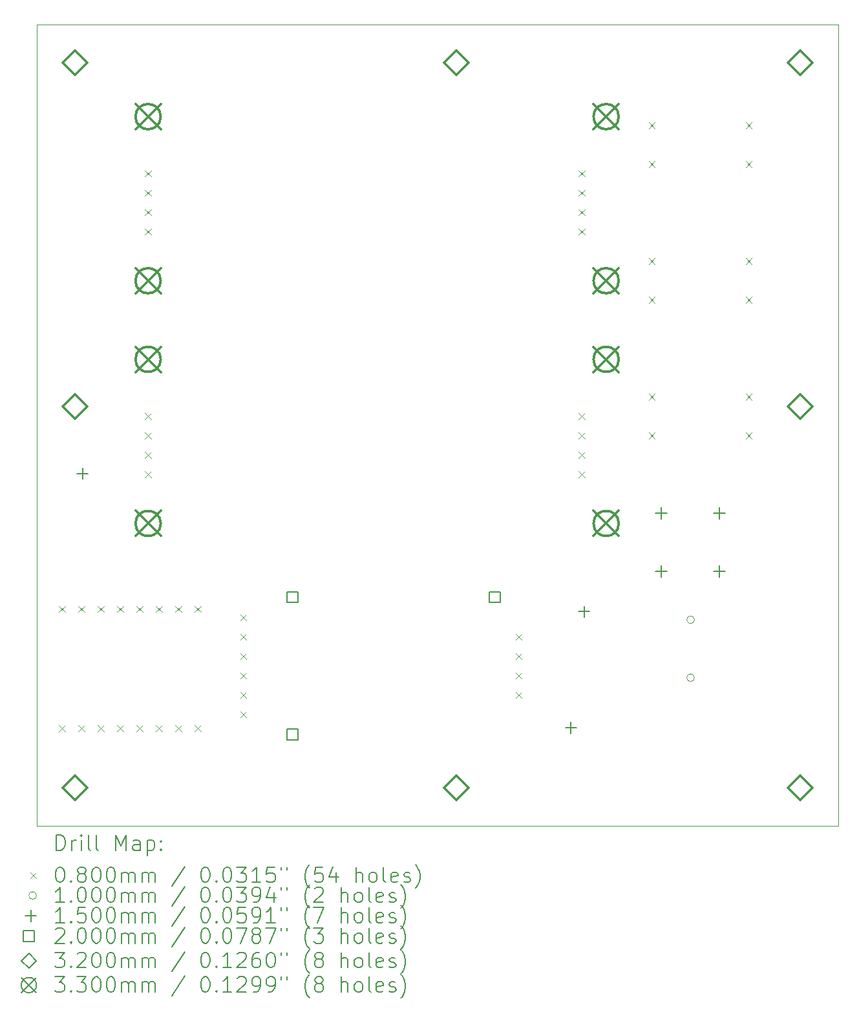
<source format=gbr>
%TF.GenerationSoftware,KiCad,Pcbnew,9.0.2*%
%TF.CreationDate,2025-05-12T22:54:16+08:00*%
%TF.ProjectId,paxclock_a,70617863-6c6f-4636-9b5f-612e6b696361,rev?*%
%TF.SameCoordinates,Original*%
%TF.FileFunction,Drillmap*%
%TF.FilePolarity,Positive*%
%FSLAX45Y45*%
G04 Gerber Fmt 4.5, Leading zero omitted, Abs format (unit mm)*
G04 Created by KiCad (PCBNEW 9.0.2) date 2025-05-12 22:54:16*
%MOMM*%
%LPD*%
G01*
G04 APERTURE LIST*
%ADD10C,0.038100*%
%ADD11C,0.100000*%
%ADD12C,0.200000*%
%ADD13C,0.150000*%
%ADD14C,0.320000*%
%ADD15C,0.330000*%
G04 APERTURE END LIST*
D10*
X14000000Y-13500000D02*
X3500000Y-13500000D01*
D11*
X14000000Y-13500000D02*
X14000000Y-3000000D01*
D10*
X3500000Y-13500000D02*
X3500000Y-3000000D01*
X14000000Y-3000000D02*
X3500000Y-3000000D01*
D12*
D11*
X3793300Y-10615300D02*
X3873300Y-10695300D01*
X3873300Y-10615300D02*
X3793300Y-10695300D01*
X3793300Y-12177400D02*
X3873300Y-12257400D01*
X3873300Y-12177400D02*
X3793300Y-12257400D01*
X4047300Y-10615300D02*
X4127300Y-10695300D01*
X4127300Y-10615300D02*
X4047300Y-10695300D01*
X4047300Y-12177400D02*
X4127300Y-12257400D01*
X4127300Y-12177400D02*
X4047300Y-12257400D01*
X4301300Y-10615300D02*
X4381300Y-10695300D01*
X4381300Y-10615300D02*
X4301300Y-10695300D01*
X4301300Y-12177400D02*
X4381300Y-12257400D01*
X4381300Y-12177400D02*
X4301300Y-12257400D01*
X4555300Y-10615300D02*
X4635300Y-10695300D01*
X4635300Y-10615300D02*
X4555300Y-10695300D01*
X4555300Y-12177400D02*
X4635300Y-12257400D01*
X4635300Y-12177400D02*
X4555300Y-12257400D01*
X4809300Y-10615300D02*
X4889300Y-10695300D01*
X4889300Y-10615300D02*
X4809300Y-10695300D01*
X4809300Y-12177400D02*
X4889300Y-12257400D01*
X4889300Y-12177400D02*
X4809300Y-12257400D01*
X4920000Y-4910000D02*
X5000000Y-4990000D01*
X5000000Y-4910000D02*
X4920000Y-4990000D01*
X4920000Y-5164000D02*
X5000000Y-5244000D01*
X5000000Y-5164000D02*
X4920000Y-5244000D01*
X4920000Y-5418000D02*
X5000000Y-5498000D01*
X5000000Y-5418000D02*
X4920000Y-5498000D01*
X4920000Y-5672000D02*
X5000000Y-5752000D01*
X5000000Y-5672000D02*
X4920000Y-5752000D01*
X4920000Y-8090000D02*
X5000000Y-8170000D01*
X5000000Y-8090000D02*
X4920000Y-8170000D01*
X4920000Y-8344000D02*
X5000000Y-8424000D01*
X5000000Y-8344000D02*
X4920000Y-8424000D01*
X4920000Y-8598000D02*
X5000000Y-8678000D01*
X5000000Y-8598000D02*
X4920000Y-8678000D01*
X4920000Y-8852000D02*
X5000000Y-8932000D01*
X5000000Y-8852000D02*
X4920000Y-8932000D01*
X5063300Y-10615300D02*
X5143300Y-10695300D01*
X5143300Y-10615300D02*
X5063300Y-10695300D01*
X5063300Y-12177400D02*
X5143300Y-12257400D01*
X5143300Y-12177400D02*
X5063300Y-12257400D01*
X5317300Y-10615300D02*
X5397300Y-10695300D01*
X5397300Y-10615300D02*
X5317300Y-10695300D01*
X5317300Y-12177400D02*
X5397300Y-12257400D01*
X5397300Y-12177400D02*
X5317300Y-12257400D01*
X5571300Y-10615300D02*
X5651300Y-10695300D01*
X5651300Y-10615300D02*
X5571300Y-10695300D01*
X5571300Y-12177400D02*
X5651300Y-12257400D01*
X5651300Y-12177400D02*
X5571300Y-12257400D01*
X6168000Y-10725000D02*
X6248000Y-10805000D01*
X6248000Y-10725000D02*
X6168000Y-10805000D01*
X6168000Y-10979000D02*
X6248000Y-11059000D01*
X6248000Y-10979000D02*
X6168000Y-11059000D01*
X6168000Y-11233000D02*
X6248000Y-11313000D01*
X6248000Y-11233000D02*
X6168000Y-11313000D01*
X6168000Y-11487000D02*
X6248000Y-11567000D01*
X6248000Y-11487000D02*
X6168000Y-11567000D01*
X6168000Y-11741000D02*
X6248000Y-11821000D01*
X6248000Y-11741000D02*
X6168000Y-11821000D01*
X6168000Y-11995000D02*
X6248000Y-12075000D01*
X6248000Y-11995000D02*
X6168000Y-12075000D01*
X9773000Y-10982000D02*
X9853000Y-11062000D01*
X9853000Y-10982000D02*
X9773000Y-11062000D01*
X9773000Y-11236000D02*
X9853000Y-11316000D01*
X9853000Y-11236000D02*
X9773000Y-11316000D01*
X9773000Y-11490000D02*
X9853000Y-11570000D01*
X9853000Y-11490000D02*
X9773000Y-11570000D01*
X9773000Y-11744000D02*
X9853000Y-11824000D01*
X9853000Y-11744000D02*
X9773000Y-11824000D01*
X10600000Y-4910000D02*
X10680000Y-4990000D01*
X10680000Y-4910000D02*
X10600000Y-4990000D01*
X10600000Y-5164000D02*
X10680000Y-5244000D01*
X10680000Y-5164000D02*
X10600000Y-5244000D01*
X10600000Y-5418000D02*
X10680000Y-5498000D01*
X10680000Y-5418000D02*
X10600000Y-5498000D01*
X10600000Y-5672000D02*
X10680000Y-5752000D01*
X10680000Y-5672000D02*
X10600000Y-5752000D01*
X10600000Y-8090000D02*
X10680000Y-8170000D01*
X10680000Y-8090000D02*
X10600000Y-8170000D01*
X10600000Y-8344000D02*
X10680000Y-8424000D01*
X10680000Y-8344000D02*
X10600000Y-8424000D01*
X10600000Y-8598000D02*
X10680000Y-8678000D01*
X10680000Y-8598000D02*
X10600000Y-8678000D01*
X10600000Y-8852000D02*
X10680000Y-8932000D01*
X10680000Y-8852000D02*
X10600000Y-8932000D01*
X11517000Y-4278000D02*
X11597000Y-4358000D01*
X11597000Y-4278000D02*
X11517000Y-4358000D01*
X11517000Y-4786000D02*
X11597000Y-4866000D01*
X11597000Y-4786000D02*
X11517000Y-4866000D01*
X11517000Y-6056000D02*
X11597000Y-6136000D01*
X11597000Y-6056000D02*
X11517000Y-6136000D01*
X11517000Y-6564000D02*
X11597000Y-6644000D01*
X11597000Y-6564000D02*
X11517000Y-6644000D01*
X11517000Y-7834000D02*
X11597000Y-7914000D01*
X11597000Y-7834000D02*
X11517000Y-7914000D01*
X11517000Y-8342000D02*
X11597000Y-8422000D01*
X11597000Y-8342000D02*
X11517000Y-8422000D01*
X12787000Y-4278000D02*
X12867000Y-4358000D01*
X12867000Y-4278000D02*
X12787000Y-4358000D01*
X12787000Y-4786000D02*
X12867000Y-4866000D01*
X12867000Y-4786000D02*
X12787000Y-4866000D01*
X12787000Y-6056000D02*
X12867000Y-6136000D01*
X12867000Y-6056000D02*
X12787000Y-6136000D01*
X12787000Y-6564000D02*
X12867000Y-6644000D01*
X12867000Y-6564000D02*
X12787000Y-6644000D01*
X12787000Y-7834000D02*
X12867000Y-7914000D01*
X12867000Y-7834000D02*
X12787000Y-7914000D01*
X12787000Y-8342000D02*
X12867000Y-8422000D01*
X12867000Y-8342000D02*
X12787000Y-8422000D01*
X12116000Y-10796000D02*
G75*
G02*
X12016000Y-10796000I-50000J0D01*
G01*
X12016000Y-10796000D02*
G75*
G02*
X12116000Y-10796000I50000J0D01*
G01*
X12116000Y-11556000D02*
G75*
G02*
X12016000Y-11556000I-50000J0D01*
G01*
X12016000Y-11556000D02*
G75*
G02*
X12116000Y-11556000I50000J0D01*
G01*
D13*
X4100000Y-8805000D02*
X4100000Y-8955000D01*
X4025000Y-8880000D02*
X4175000Y-8880000D01*
X10500000Y-12135000D02*
X10500000Y-12285000D01*
X10425000Y-12210000D02*
X10575000Y-12210000D01*
X10670000Y-10615000D02*
X10670000Y-10765000D01*
X10595000Y-10690000D02*
X10745000Y-10690000D01*
X11684000Y-9323000D02*
X11684000Y-9473000D01*
X11609000Y-9398000D02*
X11759000Y-9398000D01*
X11684000Y-10085000D02*
X11684000Y-10235000D01*
X11609000Y-10160000D02*
X11759000Y-10160000D01*
X12446000Y-9323000D02*
X12446000Y-9473000D01*
X12371000Y-9398000D02*
X12521000Y-9398000D01*
X12446000Y-10085000D02*
X12446000Y-10235000D01*
X12371000Y-10160000D02*
X12521000Y-10160000D01*
D12*
X6920711Y-10570711D02*
X6920711Y-10429289D01*
X6779289Y-10429289D01*
X6779289Y-10570711D01*
X6920711Y-10570711D01*
X6920711Y-12370711D02*
X6920711Y-12229289D01*
X6779289Y-12229289D01*
X6779289Y-12370711D01*
X6920711Y-12370711D01*
X9570711Y-10570711D02*
X9570711Y-10429289D01*
X9429289Y-10429289D01*
X9429289Y-10570711D01*
X9570711Y-10570711D01*
D14*
X4000000Y-3660000D02*
X4160000Y-3500000D01*
X4000000Y-3340000D01*
X3840000Y-3500000D01*
X4000000Y-3660000D01*
X4000000Y-8160000D02*
X4160000Y-8000000D01*
X4000000Y-7840000D01*
X3840000Y-8000000D01*
X4000000Y-8160000D01*
X4000000Y-13160000D02*
X4160000Y-13000000D01*
X4000000Y-12840000D01*
X3840000Y-13000000D01*
X4000000Y-13160000D01*
X9000000Y-3660000D02*
X9160000Y-3500000D01*
X9000000Y-3340000D01*
X8840000Y-3500000D01*
X9000000Y-3660000D01*
X9000000Y-13160000D02*
X9160000Y-13000000D01*
X9000000Y-12840000D01*
X8840000Y-13000000D01*
X9000000Y-13160000D01*
X13500000Y-3660000D02*
X13660000Y-3500000D01*
X13500000Y-3340000D01*
X13340000Y-3500000D01*
X13500000Y-3660000D01*
X13500000Y-8160000D02*
X13660000Y-8000000D01*
X13500000Y-7840000D01*
X13340000Y-8000000D01*
X13500000Y-8160000D01*
X13500000Y-13160000D02*
X13660000Y-13000000D01*
X13500000Y-12840000D01*
X13340000Y-13000000D01*
X13500000Y-13160000D01*
D15*
X4795000Y-4040000D02*
X5125000Y-4370000D01*
X5125000Y-4040000D02*
X4795000Y-4370000D01*
X5125000Y-4205000D02*
G75*
G02*
X4795000Y-4205000I-165000J0D01*
G01*
X4795000Y-4205000D02*
G75*
G02*
X5125000Y-4205000I165000J0D01*
G01*
X4795000Y-6190000D02*
X5125000Y-6520000D01*
X5125000Y-6190000D02*
X4795000Y-6520000D01*
X5125000Y-6355000D02*
G75*
G02*
X4795000Y-6355000I-165000J0D01*
G01*
X4795000Y-6355000D02*
G75*
G02*
X5125000Y-6355000I165000J0D01*
G01*
X4795000Y-7220000D02*
X5125000Y-7550000D01*
X5125000Y-7220000D02*
X4795000Y-7550000D01*
X5125000Y-7385000D02*
G75*
G02*
X4795000Y-7385000I-165000J0D01*
G01*
X4795000Y-7385000D02*
G75*
G02*
X5125000Y-7385000I165000J0D01*
G01*
X4795000Y-9370000D02*
X5125000Y-9700000D01*
X5125000Y-9370000D02*
X4795000Y-9700000D01*
X5125000Y-9535000D02*
G75*
G02*
X4795000Y-9535000I-165000J0D01*
G01*
X4795000Y-9535000D02*
G75*
G02*
X5125000Y-9535000I165000J0D01*
G01*
X10795000Y-4040000D02*
X11125000Y-4370000D01*
X11125000Y-4040000D02*
X10795000Y-4370000D01*
X11125000Y-4205000D02*
G75*
G02*
X10795000Y-4205000I-165000J0D01*
G01*
X10795000Y-4205000D02*
G75*
G02*
X11125000Y-4205000I165000J0D01*
G01*
X10795000Y-6190000D02*
X11125000Y-6520000D01*
X11125000Y-6190000D02*
X10795000Y-6520000D01*
X11125000Y-6355000D02*
G75*
G02*
X10795000Y-6355000I-165000J0D01*
G01*
X10795000Y-6355000D02*
G75*
G02*
X11125000Y-6355000I165000J0D01*
G01*
X10795000Y-7220000D02*
X11125000Y-7550000D01*
X11125000Y-7220000D02*
X10795000Y-7550000D01*
X11125000Y-7385000D02*
G75*
G02*
X10795000Y-7385000I-165000J0D01*
G01*
X10795000Y-7385000D02*
G75*
G02*
X11125000Y-7385000I165000J0D01*
G01*
X10795000Y-9370000D02*
X11125000Y-9700000D01*
X11125000Y-9370000D02*
X10795000Y-9700000D01*
X11125000Y-9535000D02*
G75*
G02*
X10795000Y-9535000I-165000J0D01*
G01*
X10795000Y-9535000D02*
G75*
G02*
X11125000Y-9535000I165000J0D01*
G01*
D12*
X3758872Y-13816484D02*
X3758872Y-13616484D01*
X3758872Y-13616484D02*
X3806491Y-13616484D01*
X3806491Y-13616484D02*
X3835062Y-13626008D01*
X3835062Y-13626008D02*
X3854110Y-13645055D01*
X3854110Y-13645055D02*
X3863634Y-13664103D01*
X3863634Y-13664103D02*
X3873157Y-13702198D01*
X3873157Y-13702198D02*
X3873157Y-13730769D01*
X3873157Y-13730769D02*
X3863634Y-13768865D01*
X3863634Y-13768865D02*
X3854110Y-13787912D01*
X3854110Y-13787912D02*
X3835062Y-13806960D01*
X3835062Y-13806960D02*
X3806491Y-13816484D01*
X3806491Y-13816484D02*
X3758872Y-13816484D01*
X3958872Y-13816484D02*
X3958872Y-13683150D01*
X3958872Y-13721246D02*
X3968396Y-13702198D01*
X3968396Y-13702198D02*
X3977919Y-13692674D01*
X3977919Y-13692674D02*
X3996967Y-13683150D01*
X3996967Y-13683150D02*
X4016015Y-13683150D01*
X4082681Y-13816484D02*
X4082681Y-13683150D01*
X4082681Y-13616484D02*
X4073157Y-13626008D01*
X4073157Y-13626008D02*
X4082681Y-13635531D01*
X4082681Y-13635531D02*
X4092205Y-13626008D01*
X4092205Y-13626008D02*
X4082681Y-13616484D01*
X4082681Y-13616484D02*
X4082681Y-13635531D01*
X4206491Y-13816484D02*
X4187443Y-13806960D01*
X4187443Y-13806960D02*
X4177919Y-13787912D01*
X4177919Y-13787912D02*
X4177919Y-13616484D01*
X4311253Y-13816484D02*
X4292205Y-13806960D01*
X4292205Y-13806960D02*
X4282681Y-13787912D01*
X4282681Y-13787912D02*
X4282681Y-13616484D01*
X4539824Y-13816484D02*
X4539824Y-13616484D01*
X4539824Y-13616484D02*
X4606491Y-13759341D01*
X4606491Y-13759341D02*
X4673158Y-13616484D01*
X4673158Y-13616484D02*
X4673158Y-13816484D01*
X4854110Y-13816484D02*
X4854110Y-13711722D01*
X4854110Y-13711722D02*
X4844586Y-13692674D01*
X4844586Y-13692674D02*
X4825539Y-13683150D01*
X4825539Y-13683150D02*
X4787443Y-13683150D01*
X4787443Y-13683150D02*
X4768396Y-13692674D01*
X4854110Y-13806960D02*
X4835062Y-13816484D01*
X4835062Y-13816484D02*
X4787443Y-13816484D01*
X4787443Y-13816484D02*
X4768396Y-13806960D01*
X4768396Y-13806960D02*
X4758872Y-13787912D01*
X4758872Y-13787912D02*
X4758872Y-13768865D01*
X4758872Y-13768865D02*
X4768396Y-13749817D01*
X4768396Y-13749817D02*
X4787443Y-13740293D01*
X4787443Y-13740293D02*
X4835062Y-13740293D01*
X4835062Y-13740293D02*
X4854110Y-13730769D01*
X4949348Y-13683150D02*
X4949348Y-13883150D01*
X4949348Y-13692674D02*
X4968396Y-13683150D01*
X4968396Y-13683150D02*
X5006491Y-13683150D01*
X5006491Y-13683150D02*
X5025539Y-13692674D01*
X5025539Y-13692674D02*
X5035062Y-13702198D01*
X5035062Y-13702198D02*
X5044586Y-13721246D01*
X5044586Y-13721246D02*
X5044586Y-13778388D01*
X5044586Y-13778388D02*
X5035062Y-13797436D01*
X5035062Y-13797436D02*
X5025539Y-13806960D01*
X5025539Y-13806960D02*
X5006491Y-13816484D01*
X5006491Y-13816484D02*
X4968396Y-13816484D01*
X4968396Y-13816484D02*
X4949348Y-13806960D01*
X5130300Y-13797436D02*
X5139824Y-13806960D01*
X5139824Y-13806960D02*
X5130300Y-13816484D01*
X5130300Y-13816484D02*
X5120777Y-13806960D01*
X5120777Y-13806960D02*
X5130300Y-13797436D01*
X5130300Y-13797436D02*
X5130300Y-13816484D01*
X5130300Y-13692674D02*
X5139824Y-13702198D01*
X5139824Y-13702198D02*
X5130300Y-13711722D01*
X5130300Y-13711722D02*
X5120777Y-13702198D01*
X5120777Y-13702198D02*
X5130300Y-13692674D01*
X5130300Y-13692674D02*
X5130300Y-13711722D01*
D11*
X3418095Y-14105000D02*
X3498095Y-14185000D01*
X3498095Y-14105000D02*
X3418095Y-14185000D01*
D12*
X3796967Y-14036484D02*
X3816015Y-14036484D01*
X3816015Y-14036484D02*
X3835062Y-14046008D01*
X3835062Y-14046008D02*
X3844586Y-14055531D01*
X3844586Y-14055531D02*
X3854110Y-14074579D01*
X3854110Y-14074579D02*
X3863634Y-14112674D01*
X3863634Y-14112674D02*
X3863634Y-14160293D01*
X3863634Y-14160293D02*
X3854110Y-14198388D01*
X3854110Y-14198388D02*
X3844586Y-14217436D01*
X3844586Y-14217436D02*
X3835062Y-14226960D01*
X3835062Y-14226960D02*
X3816015Y-14236484D01*
X3816015Y-14236484D02*
X3796967Y-14236484D01*
X3796967Y-14236484D02*
X3777919Y-14226960D01*
X3777919Y-14226960D02*
X3768396Y-14217436D01*
X3768396Y-14217436D02*
X3758872Y-14198388D01*
X3758872Y-14198388D02*
X3749348Y-14160293D01*
X3749348Y-14160293D02*
X3749348Y-14112674D01*
X3749348Y-14112674D02*
X3758872Y-14074579D01*
X3758872Y-14074579D02*
X3768396Y-14055531D01*
X3768396Y-14055531D02*
X3777919Y-14046008D01*
X3777919Y-14046008D02*
X3796967Y-14036484D01*
X3949348Y-14217436D02*
X3958872Y-14226960D01*
X3958872Y-14226960D02*
X3949348Y-14236484D01*
X3949348Y-14236484D02*
X3939824Y-14226960D01*
X3939824Y-14226960D02*
X3949348Y-14217436D01*
X3949348Y-14217436D02*
X3949348Y-14236484D01*
X4073157Y-14122198D02*
X4054110Y-14112674D01*
X4054110Y-14112674D02*
X4044586Y-14103150D01*
X4044586Y-14103150D02*
X4035062Y-14084103D01*
X4035062Y-14084103D02*
X4035062Y-14074579D01*
X4035062Y-14074579D02*
X4044586Y-14055531D01*
X4044586Y-14055531D02*
X4054110Y-14046008D01*
X4054110Y-14046008D02*
X4073157Y-14036484D01*
X4073157Y-14036484D02*
X4111253Y-14036484D01*
X4111253Y-14036484D02*
X4130300Y-14046008D01*
X4130300Y-14046008D02*
X4139824Y-14055531D01*
X4139824Y-14055531D02*
X4149348Y-14074579D01*
X4149348Y-14074579D02*
X4149348Y-14084103D01*
X4149348Y-14084103D02*
X4139824Y-14103150D01*
X4139824Y-14103150D02*
X4130300Y-14112674D01*
X4130300Y-14112674D02*
X4111253Y-14122198D01*
X4111253Y-14122198D02*
X4073157Y-14122198D01*
X4073157Y-14122198D02*
X4054110Y-14131722D01*
X4054110Y-14131722D02*
X4044586Y-14141246D01*
X4044586Y-14141246D02*
X4035062Y-14160293D01*
X4035062Y-14160293D02*
X4035062Y-14198388D01*
X4035062Y-14198388D02*
X4044586Y-14217436D01*
X4044586Y-14217436D02*
X4054110Y-14226960D01*
X4054110Y-14226960D02*
X4073157Y-14236484D01*
X4073157Y-14236484D02*
X4111253Y-14236484D01*
X4111253Y-14236484D02*
X4130300Y-14226960D01*
X4130300Y-14226960D02*
X4139824Y-14217436D01*
X4139824Y-14217436D02*
X4149348Y-14198388D01*
X4149348Y-14198388D02*
X4149348Y-14160293D01*
X4149348Y-14160293D02*
X4139824Y-14141246D01*
X4139824Y-14141246D02*
X4130300Y-14131722D01*
X4130300Y-14131722D02*
X4111253Y-14122198D01*
X4273158Y-14036484D02*
X4292205Y-14036484D01*
X4292205Y-14036484D02*
X4311253Y-14046008D01*
X4311253Y-14046008D02*
X4320777Y-14055531D01*
X4320777Y-14055531D02*
X4330300Y-14074579D01*
X4330300Y-14074579D02*
X4339824Y-14112674D01*
X4339824Y-14112674D02*
X4339824Y-14160293D01*
X4339824Y-14160293D02*
X4330300Y-14198388D01*
X4330300Y-14198388D02*
X4320777Y-14217436D01*
X4320777Y-14217436D02*
X4311253Y-14226960D01*
X4311253Y-14226960D02*
X4292205Y-14236484D01*
X4292205Y-14236484D02*
X4273158Y-14236484D01*
X4273158Y-14236484D02*
X4254110Y-14226960D01*
X4254110Y-14226960D02*
X4244586Y-14217436D01*
X4244586Y-14217436D02*
X4235062Y-14198388D01*
X4235062Y-14198388D02*
X4225539Y-14160293D01*
X4225539Y-14160293D02*
X4225539Y-14112674D01*
X4225539Y-14112674D02*
X4235062Y-14074579D01*
X4235062Y-14074579D02*
X4244586Y-14055531D01*
X4244586Y-14055531D02*
X4254110Y-14046008D01*
X4254110Y-14046008D02*
X4273158Y-14036484D01*
X4463634Y-14036484D02*
X4482681Y-14036484D01*
X4482681Y-14036484D02*
X4501729Y-14046008D01*
X4501729Y-14046008D02*
X4511253Y-14055531D01*
X4511253Y-14055531D02*
X4520777Y-14074579D01*
X4520777Y-14074579D02*
X4530300Y-14112674D01*
X4530300Y-14112674D02*
X4530300Y-14160293D01*
X4530300Y-14160293D02*
X4520777Y-14198388D01*
X4520777Y-14198388D02*
X4511253Y-14217436D01*
X4511253Y-14217436D02*
X4501729Y-14226960D01*
X4501729Y-14226960D02*
X4482681Y-14236484D01*
X4482681Y-14236484D02*
X4463634Y-14236484D01*
X4463634Y-14236484D02*
X4444586Y-14226960D01*
X4444586Y-14226960D02*
X4435062Y-14217436D01*
X4435062Y-14217436D02*
X4425539Y-14198388D01*
X4425539Y-14198388D02*
X4416015Y-14160293D01*
X4416015Y-14160293D02*
X4416015Y-14112674D01*
X4416015Y-14112674D02*
X4425539Y-14074579D01*
X4425539Y-14074579D02*
X4435062Y-14055531D01*
X4435062Y-14055531D02*
X4444586Y-14046008D01*
X4444586Y-14046008D02*
X4463634Y-14036484D01*
X4616015Y-14236484D02*
X4616015Y-14103150D01*
X4616015Y-14122198D02*
X4625539Y-14112674D01*
X4625539Y-14112674D02*
X4644586Y-14103150D01*
X4644586Y-14103150D02*
X4673158Y-14103150D01*
X4673158Y-14103150D02*
X4692205Y-14112674D01*
X4692205Y-14112674D02*
X4701729Y-14131722D01*
X4701729Y-14131722D02*
X4701729Y-14236484D01*
X4701729Y-14131722D02*
X4711253Y-14112674D01*
X4711253Y-14112674D02*
X4730300Y-14103150D01*
X4730300Y-14103150D02*
X4758872Y-14103150D01*
X4758872Y-14103150D02*
X4777920Y-14112674D01*
X4777920Y-14112674D02*
X4787443Y-14131722D01*
X4787443Y-14131722D02*
X4787443Y-14236484D01*
X4882681Y-14236484D02*
X4882681Y-14103150D01*
X4882681Y-14122198D02*
X4892205Y-14112674D01*
X4892205Y-14112674D02*
X4911253Y-14103150D01*
X4911253Y-14103150D02*
X4939824Y-14103150D01*
X4939824Y-14103150D02*
X4958872Y-14112674D01*
X4958872Y-14112674D02*
X4968396Y-14131722D01*
X4968396Y-14131722D02*
X4968396Y-14236484D01*
X4968396Y-14131722D02*
X4977920Y-14112674D01*
X4977920Y-14112674D02*
X4996967Y-14103150D01*
X4996967Y-14103150D02*
X5025539Y-14103150D01*
X5025539Y-14103150D02*
X5044586Y-14112674D01*
X5044586Y-14112674D02*
X5054110Y-14131722D01*
X5054110Y-14131722D02*
X5054110Y-14236484D01*
X5444586Y-14026960D02*
X5273158Y-14284103D01*
X5701729Y-14036484D02*
X5720777Y-14036484D01*
X5720777Y-14036484D02*
X5739824Y-14046008D01*
X5739824Y-14046008D02*
X5749348Y-14055531D01*
X5749348Y-14055531D02*
X5758872Y-14074579D01*
X5758872Y-14074579D02*
X5768396Y-14112674D01*
X5768396Y-14112674D02*
X5768396Y-14160293D01*
X5768396Y-14160293D02*
X5758872Y-14198388D01*
X5758872Y-14198388D02*
X5749348Y-14217436D01*
X5749348Y-14217436D02*
X5739824Y-14226960D01*
X5739824Y-14226960D02*
X5720777Y-14236484D01*
X5720777Y-14236484D02*
X5701729Y-14236484D01*
X5701729Y-14236484D02*
X5682681Y-14226960D01*
X5682681Y-14226960D02*
X5673158Y-14217436D01*
X5673158Y-14217436D02*
X5663634Y-14198388D01*
X5663634Y-14198388D02*
X5654110Y-14160293D01*
X5654110Y-14160293D02*
X5654110Y-14112674D01*
X5654110Y-14112674D02*
X5663634Y-14074579D01*
X5663634Y-14074579D02*
X5673158Y-14055531D01*
X5673158Y-14055531D02*
X5682681Y-14046008D01*
X5682681Y-14046008D02*
X5701729Y-14036484D01*
X5854110Y-14217436D02*
X5863634Y-14226960D01*
X5863634Y-14226960D02*
X5854110Y-14236484D01*
X5854110Y-14236484D02*
X5844586Y-14226960D01*
X5844586Y-14226960D02*
X5854110Y-14217436D01*
X5854110Y-14217436D02*
X5854110Y-14236484D01*
X5987443Y-14036484D02*
X6006491Y-14036484D01*
X6006491Y-14036484D02*
X6025539Y-14046008D01*
X6025539Y-14046008D02*
X6035062Y-14055531D01*
X6035062Y-14055531D02*
X6044586Y-14074579D01*
X6044586Y-14074579D02*
X6054110Y-14112674D01*
X6054110Y-14112674D02*
X6054110Y-14160293D01*
X6054110Y-14160293D02*
X6044586Y-14198388D01*
X6044586Y-14198388D02*
X6035062Y-14217436D01*
X6035062Y-14217436D02*
X6025539Y-14226960D01*
X6025539Y-14226960D02*
X6006491Y-14236484D01*
X6006491Y-14236484D02*
X5987443Y-14236484D01*
X5987443Y-14236484D02*
X5968396Y-14226960D01*
X5968396Y-14226960D02*
X5958872Y-14217436D01*
X5958872Y-14217436D02*
X5949348Y-14198388D01*
X5949348Y-14198388D02*
X5939824Y-14160293D01*
X5939824Y-14160293D02*
X5939824Y-14112674D01*
X5939824Y-14112674D02*
X5949348Y-14074579D01*
X5949348Y-14074579D02*
X5958872Y-14055531D01*
X5958872Y-14055531D02*
X5968396Y-14046008D01*
X5968396Y-14046008D02*
X5987443Y-14036484D01*
X6120777Y-14036484D02*
X6244586Y-14036484D01*
X6244586Y-14036484D02*
X6177920Y-14112674D01*
X6177920Y-14112674D02*
X6206491Y-14112674D01*
X6206491Y-14112674D02*
X6225539Y-14122198D01*
X6225539Y-14122198D02*
X6235062Y-14131722D01*
X6235062Y-14131722D02*
X6244586Y-14150769D01*
X6244586Y-14150769D02*
X6244586Y-14198388D01*
X6244586Y-14198388D02*
X6235062Y-14217436D01*
X6235062Y-14217436D02*
X6225539Y-14226960D01*
X6225539Y-14226960D02*
X6206491Y-14236484D01*
X6206491Y-14236484D02*
X6149348Y-14236484D01*
X6149348Y-14236484D02*
X6130301Y-14226960D01*
X6130301Y-14226960D02*
X6120777Y-14217436D01*
X6435062Y-14236484D02*
X6320777Y-14236484D01*
X6377920Y-14236484D02*
X6377920Y-14036484D01*
X6377920Y-14036484D02*
X6358872Y-14065055D01*
X6358872Y-14065055D02*
X6339824Y-14084103D01*
X6339824Y-14084103D02*
X6320777Y-14093627D01*
X6616015Y-14036484D02*
X6520777Y-14036484D01*
X6520777Y-14036484D02*
X6511253Y-14131722D01*
X6511253Y-14131722D02*
X6520777Y-14122198D01*
X6520777Y-14122198D02*
X6539824Y-14112674D01*
X6539824Y-14112674D02*
X6587443Y-14112674D01*
X6587443Y-14112674D02*
X6606491Y-14122198D01*
X6606491Y-14122198D02*
X6616015Y-14131722D01*
X6616015Y-14131722D02*
X6625539Y-14150769D01*
X6625539Y-14150769D02*
X6625539Y-14198388D01*
X6625539Y-14198388D02*
X6616015Y-14217436D01*
X6616015Y-14217436D02*
X6606491Y-14226960D01*
X6606491Y-14226960D02*
X6587443Y-14236484D01*
X6587443Y-14236484D02*
X6539824Y-14236484D01*
X6539824Y-14236484D02*
X6520777Y-14226960D01*
X6520777Y-14226960D02*
X6511253Y-14217436D01*
X6701729Y-14036484D02*
X6701729Y-14074579D01*
X6777920Y-14036484D02*
X6777920Y-14074579D01*
X7073158Y-14312674D02*
X7063634Y-14303150D01*
X7063634Y-14303150D02*
X7044586Y-14274579D01*
X7044586Y-14274579D02*
X7035063Y-14255531D01*
X7035063Y-14255531D02*
X7025539Y-14226960D01*
X7025539Y-14226960D02*
X7016015Y-14179341D01*
X7016015Y-14179341D02*
X7016015Y-14141246D01*
X7016015Y-14141246D02*
X7025539Y-14093627D01*
X7025539Y-14093627D02*
X7035063Y-14065055D01*
X7035063Y-14065055D02*
X7044586Y-14046008D01*
X7044586Y-14046008D02*
X7063634Y-14017436D01*
X7063634Y-14017436D02*
X7073158Y-14007912D01*
X7244586Y-14036484D02*
X7149348Y-14036484D01*
X7149348Y-14036484D02*
X7139824Y-14131722D01*
X7139824Y-14131722D02*
X7149348Y-14122198D01*
X7149348Y-14122198D02*
X7168396Y-14112674D01*
X7168396Y-14112674D02*
X7216015Y-14112674D01*
X7216015Y-14112674D02*
X7235063Y-14122198D01*
X7235063Y-14122198D02*
X7244586Y-14131722D01*
X7244586Y-14131722D02*
X7254110Y-14150769D01*
X7254110Y-14150769D02*
X7254110Y-14198388D01*
X7254110Y-14198388D02*
X7244586Y-14217436D01*
X7244586Y-14217436D02*
X7235063Y-14226960D01*
X7235063Y-14226960D02*
X7216015Y-14236484D01*
X7216015Y-14236484D02*
X7168396Y-14236484D01*
X7168396Y-14236484D02*
X7149348Y-14226960D01*
X7149348Y-14226960D02*
X7139824Y-14217436D01*
X7425539Y-14103150D02*
X7425539Y-14236484D01*
X7377920Y-14026960D02*
X7330301Y-14169817D01*
X7330301Y-14169817D02*
X7454110Y-14169817D01*
X7682682Y-14236484D02*
X7682682Y-14036484D01*
X7768396Y-14236484D02*
X7768396Y-14131722D01*
X7768396Y-14131722D02*
X7758872Y-14112674D01*
X7758872Y-14112674D02*
X7739825Y-14103150D01*
X7739825Y-14103150D02*
X7711253Y-14103150D01*
X7711253Y-14103150D02*
X7692205Y-14112674D01*
X7692205Y-14112674D02*
X7682682Y-14122198D01*
X7892205Y-14236484D02*
X7873158Y-14226960D01*
X7873158Y-14226960D02*
X7863634Y-14217436D01*
X7863634Y-14217436D02*
X7854110Y-14198388D01*
X7854110Y-14198388D02*
X7854110Y-14141246D01*
X7854110Y-14141246D02*
X7863634Y-14122198D01*
X7863634Y-14122198D02*
X7873158Y-14112674D01*
X7873158Y-14112674D02*
X7892205Y-14103150D01*
X7892205Y-14103150D02*
X7920777Y-14103150D01*
X7920777Y-14103150D02*
X7939825Y-14112674D01*
X7939825Y-14112674D02*
X7949348Y-14122198D01*
X7949348Y-14122198D02*
X7958872Y-14141246D01*
X7958872Y-14141246D02*
X7958872Y-14198388D01*
X7958872Y-14198388D02*
X7949348Y-14217436D01*
X7949348Y-14217436D02*
X7939825Y-14226960D01*
X7939825Y-14226960D02*
X7920777Y-14236484D01*
X7920777Y-14236484D02*
X7892205Y-14236484D01*
X8073158Y-14236484D02*
X8054110Y-14226960D01*
X8054110Y-14226960D02*
X8044586Y-14207912D01*
X8044586Y-14207912D02*
X8044586Y-14036484D01*
X8225539Y-14226960D02*
X8206491Y-14236484D01*
X8206491Y-14236484D02*
X8168396Y-14236484D01*
X8168396Y-14236484D02*
X8149348Y-14226960D01*
X8149348Y-14226960D02*
X8139825Y-14207912D01*
X8139825Y-14207912D02*
X8139825Y-14131722D01*
X8139825Y-14131722D02*
X8149348Y-14112674D01*
X8149348Y-14112674D02*
X8168396Y-14103150D01*
X8168396Y-14103150D02*
X8206491Y-14103150D01*
X8206491Y-14103150D02*
X8225539Y-14112674D01*
X8225539Y-14112674D02*
X8235063Y-14131722D01*
X8235063Y-14131722D02*
X8235063Y-14150769D01*
X8235063Y-14150769D02*
X8139825Y-14169817D01*
X8311253Y-14226960D02*
X8330301Y-14236484D01*
X8330301Y-14236484D02*
X8368396Y-14236484D01*
X8368396Y-14236484D02*
X8387444Y-14226960D01*
X8387444Y-14226960D02*
X8396968Y-14207912D01*
X8396968Y-14207912D02*
X8396968Y-14198388D01*
X8396968Y-14198388D02*
X8387444Y-14179341D01*
X8387444Y-14179341D02*
X8368396Y-14169817D01*
X8368396Y-14169817D02*
X8339825Y-14169817D01*
X8339825Y-14169817D02*
X8320777Y-14160293D01*
X8320777Y-14160293D02*
X8311253Y-14141246D01*
X8311253Y-14141246D02*
X8311253Y-14131722D01*
X8311253Y-14131722D02*
X8320777Y-14112674D01*
X8320777Y-14112674D02*
X8339825Y-14103150D01*
X8339825Y-14103150D02*
X8368396Y-14103150D01*
X8368396Y-14103150D02*
X8387444Y-14112674D01*
X8463634Y-14312674D02*
X8473158Y-14303150D01*
X8473158Y-14303150D02*
X8492206Y-14274579D01*
X8492206Y-14274579D02*
X8501729Y-14255531D01*
X8501729Y-14255531D02*
X8511253Y-14226960D01*
X8511253Y-14226960D02*
X8520777Y-14179341D01*
X8520777Y-14179341D02*
X8520777Y-14141246D01*
X8520777Y-14141246D02*
X8511253Y-14093627D01*
X8511253Y-14093627D02*
X8501729Y-14065055D01*
X8501729Y-14065055D02*
X8492206Y-14046008D01*
X8492206Y-14046008D02*
X8473158Y-14017436D01*
X8473158Y-14017436D02*
X8463634Y-14007912D01*
D11*
X3498095Y-14409000D02*
G75*
G02*
X3398095Y-14409000I-50000J0D01*
G01*
X3398095Y-14409000D02*
G75*
G02*
X3498095Y-14409000I50000J0D01*
G01*
D12*
X3863634Y-14500484D02*
X3749348Y-14500484D01*
X3806491Y-14500484D02*
X3806491Y-14300484D01*
X3806491Y-14300484D02*
X3787443Y-14329055D01*
X3787443Y-14329055D02*
X3768396Y-14348103D01*
X3768396Y-14348103D02*
X3749348Y-14357627D01*
X3949348Y-14481436D02*
X3958872Y-14490960D01*
X3958872Y-14490960D02*
X3949348Y-14500484D01*
X3949348Y-14500484D02*
X3939824Y-14490960D01*
X3939824Y-14490960D02*
X3949348Y-14481436D01*
X3949348Y-14481436D02*
X3949348Y-14500484D01*
X4082681Y-14300484D02*
X4101729Y-14300484D01*
X4101729Y-14300484D02*
X4120777Y-14310008D01*
X4120777Y-14310008D02*
X4130300Y-14319531D01*
X4130300Y-14319531D02*
X4139824Y-14338579D01*
X4139824Y-14338579D02*
X4149348Y-14376674D01*
X4149348Y-14376674D02*
X4149348Y-14424293D01*
X4149348Y-14424293D02*
X4139824Y-14462388D01*
X4139824Y-14462388D02*
X4130300Y-14481436D01*
X4130300Y-14481436D02*
X4120777Y-14490960D01*
X4120777Y-14490960D02*
X4101729Y-14500484D01*
X4101729Y-14500484D02*
X4082681Y-14500484D01*
X4082681Y-14500484D02*
X4063634Y-14490960D01*
X4063634Y-14490960D02*
X4054110Y-14481436D01*
X4054110Y-14481436D02*
X4044586Y-14462388D01*
X4044586Y-14462388D02*
X4035062Y-14424293D01*
X4035062Y-14424293D02*
X4035062Y-14376674D01*
X4035062Y-14376674D02*
X4044586Y-14338579D01*
X4044586Y-14338579D02*
X4054110Y-14319531D01*
X4054110Y-14319531D02*
X4063634Y-14310008D01*
X4063634Y-14310008D02*
X4082681Y-14300484D01*
X4273158Y-14300484D02*
X4292205Y-14300484D01*
X4292205Y-14300484D02*
X4311253Y-14310008D01*
X4311253Y-14310008D02*
X4320777Y-14319531D01*
X4320777Y-14319531D02*
X4330300Y-14338579D01*
X4330300Y-14338579D02*
X4339824Y-14376674D01*
X4339824Y-14376674D02*
X4339824Y-14424293D01*
X4339824Y-14424293D02*
X4330300Y-14462388D01*
X4330300Y-14462388D02*
X4320777Y-14481436D01*
X4320777Y-14481436D02*
X4311253Y-14490960D01*
X4311253Y-14490960D02*
X4292205Y-14500484D01*
X4292205Y-14500484D02*
X4273158Y-14500484D01*
X4273158Y-14500484D02*
X4254110Y-14490960D01*
X4254110Y-14490960D02*
X4244586Y-14481436D01*
X4244586Y-14481436D02*
X4235062Y-14462388D01*
X4235062Y-14462388D02*
X4225539Y-14424293D01*
X4225539Y-14424293D02*
X4225539Y-14376674D01*
X4225539Y-14376674D02*
X4235062Y-14338579D01*
X4235062Y-14338579D02*
X4244586Y-14319531D01*
X4244586Y-14319531D02*
X4254110Y-14310008D01*
X4254110Y-14310008D02*
X4273158Y-14300484D01*
X4463634Y-14300484D02*
X4482681Y-14300484D01*
X4482681Y-14300484D02*
X4501729Y-14310008D01*
X4501729Y-14310008D02*
X4511253Y-14319531D01*
X4511253Y-14319531D02*
X4520777Y-14338579D01*
X4520777Y-14338579D02*
X4530300Y-14376674D01*
X4530300Y-14376674D02*
X4530300Y-14424293D01*
X4530300Y-14424293D02*
X4520777Y-14462388D01*
X4520777Y-14462388D02*
X4511253Y-14481436D01*
X4511253Y-14481436D02*
X4501729Y-14490960D01*
X4501729Y-14490960D02*
X4482681Y-14500484D01*
X4482681Y-14500484D02*
X4463634Y-14500484D01*
X4463634Y-14500484D02*
X4444586Y-14490960D01*
X4444586Y-14490960D02*
X4435062Y-14481436D01*
X4435062Y-14481436D02*
X4425539Y-14462388D01*
X4425539Y-14462388D02*
X4416015Y-14424293D01*
X4416015Y-14424293D02*
X4416015Y-14376674D01*
X4416015Y-14376674D02*
X4425539Y-14338579D01*
X4425539Y-14338579D02*
X4435062Y-14319531D01*
X4435062Y-14319531D02*
X4444586Y-14310008D01*
X4444586Y-14310008D02*
X4463634Y-14300484D01*
X4616015Y-14500484D02*
X4616015Y-14367150D01*
X4616015Y-14386198D02*
X4625539Y-14376674D01*
X4625539Y-14376674D02*
X4644586Y-14367150D01*
X4644586Y-14367150D02*
X4673158Y-14367150D01*
X4673158Y-14367150D02*
X4692205Y-14376674D01*
X4692205Y-14376674D02*
X4701729Y-14395722D01*
X4701729Y-14395722D02*
X4701729Y-14500484D01*
X4701729Y-14395722D02*
X4711253Y-14376674D01*
X4711253Y-14376674D02*
X4730300Y-14367150D01*
X4730300Y-14367150D02*
X4758872Y-14367150D01*
X4758872Y-14367150D02*
X4777920Y-14376674D01*
X4777920Y-14376674D02*
X4787443Y-14395722D01*
X4787443Y-14395722D02*
X4787443Y-14500484D01*
X4882681Y-14500484D02*
X4882681Y-14367150D01*
X4882681Y-14386198D02*
X4892205Y-14376674D01*
X4892205Y-14376674D02*
X4911253Y-14367150D01*
X4911253Y-14367150D02*
X4939824Y-14367150D01*
X4939824Y-14367150D02*
X4958872Y-14376674D01*
X4958872Y-14376674D02*
X4968396Y-14395722D01*
X4968396Y-14395722D02*
X4968396Y-14500484D01*
X4968396Y-14395722D02*
X4977920Y-14376674D01*
X4977920Y-14376674D02*
X4996967Y-14367150D01*
X4996967Y-14367150D02*
X5025539Y-14367150D01*
X5025539Y-14367150D02*
X5044586Y-14376674D01*
X5044586Y-14376674D02*
X5054110Y-14395722D01*
X5054110Y-14395722D02*
X5054110Y-14500484D01*
X5444586Y-14290960D02*
X5273158Y-14548103D01*
X5701729Y-14300484D02*
X5720777Y-14300484D01*
X5720777Y-14300484D02*
X5739824Y-14310008D01*
X5739824Y-14310008D02*
X5749348Y-14319531D01*
X5749348Y-14319531D02*
X5758872Y-14338579D01*
X5758872Y-14338579D02*
X5768396Y-14376674D01*
X5768396Y-14376674D02*
X5768396Y-14424293D01*
X5768396Y-14424293D02*
X5758872Y-14462388D01*
X5758872Y-14462388D02*
X5749348Y-14481436D01*
X5749348Y-14481436D02*
X5739824Y-14490960D01*
X5739824Y-14490960D02*
X5720777Y-14500484D01*
X5720777Y-14500484D02*
X5701729Y-14500484D01*
X5701729Y-14500484D02*
X5682681Y-14490960D01*
X5682681Y-14490960D02*
X5673158Y-14481436D01*
X5673158Y-14481436D02*
X5663634Y-14462388D01*
X5663634Y-14462388D02*
X5654110Y-14424293D01*
X5654110Y-14424293D02*
X5654110Y-14376674D01*
X5654110Y-14376674D02*
X5663634Y-14338579D01*
X5663634Y-14338579D02*
X5673158Y-14319531D01*
X5673158Y-14319531D02*
X5682681Y-14310008D01*
X5682681Y-14310008D02*
X5701729Y-14300484D01*
X5854110Y-14481436D02*
X5863634Y-14490960D01*
X5863634Y-14490960D02*
X5854110Y-14500484D01*
X5854110Y-14500484D02*
X5844586Y-14490960D01*
X5844586Y-14490960D02*
X5854110Y-14481436D01*
X5854110Y-14481436D02*
X5854110Y-14500484D01*
X5987443Y-14300484D02*
X6006491Y-14300484D01*
X6006491Y-14300484D02*
X6025539Y-14310008D01*
X6025539Y-14310008D02*
X6035062Y-14319531D01*
X6035062Y-14319531D02*
X6044586Y-14338579D01*
X6044586Y-14338579D02*
X6054110Y-14376674D01*
X6054110Y-14376674D02*
X6054110Y-14424293D01*
X6054110Y-14424293D02*
X6044586Y-14462388D01*
X6044586Y-14462388D02*
X6035062Y-14481436D01*
X6035062Y-14481436D02*
X6025539Y-14490960D01*
X6025539Y-14490960D02*
X6006491Y-14500484D01*
X6006491Y-14500484D02*
X5987443Y-14500484D01*
X5987443Y-14500484D02*
X5968396Y-14490960D01*
X5968396Y-14490960D02*
X5958872Y-14481436D01*
X5958872Y-14481436D02*
X5949348Y-14462388D01*
X5949348Y-14462388D02*
X5939824Y-14424293D01*
X5939824Y-14424293D02*
X5939824Y-14376674D01*
X5939824Y-14376674D02*
X5949348Y-14338579D01*
X5949348Y-14338579D02*
X5958872Y-14319531D01*
X5958872Y-14319531D02*
X5968396Y-14310008D01*
X5968396Y-14310008D02*
X5987443Y-14300484D01*
X6120777Y-14300484D02*
X6244586Y-14300484D01*
X6244586Y-14300484D02*
X6177920Y-14376674D01*
X6177920Y-14376674D02*
X6206491Y-14376674D01*
X6206491Y-14376674D02*
X6225539Y-14386198D01*
X6225539Y-14386198D02*
X6235062Y-14395722D01*
X6235062Y-14395722D02*
X6244586Y-14414769D01*
X6244586Y-14414769D02*
X6244586Y-14462388D01*
X6244586Y-14462388D02*
X6235062Y-14481436D01*
X6235062Y-14481436D02*
X6225539Y-14490960D01*
X6225539Y-14490960D02*
X6206491Y-14500484D01*
X6206491Y-14500484D02*
X6149348Y-14500484D01*
X6149348Y-14500484D02*
X6130301Y-14490960D01*
X6130301Y-14490960D02*
X6120777Y-14481436D01*
X6339824Y-14500484D02*
X6377920Y-14500484D01*
X6377920Y-14500484D02*
X6396967Y-14490960D01*
X6396967Y-14490960D02*
X6406491Y-14481436D01*
X6406491Y-14481436D02*
X6425539Y-14452865D01*
X6425539Y-14452865D02*
X6435062Y-14414769D01*
X6435062Y-14414769D02*
X6435062Y-14338579D01*
X6435062Y-14338579D02*
X6425539Y-14319531D01*
X6425539Y-14319531D02*
X6416015Y-14310008D01*
X6416015Y-14310008D02*
X6396967Y-14300484D01*
X6396967Y-14300484D02*
X6358872Y-14300484D01*
X6358872Y-14300484D02*
X6339824Y-14310008D01*
X6339824Y-14310008D02*
X6330301Y-14319531D01*
X6330301Y-14319531D02*
X6320777Y-14338579D01*
X6320777Y-14338579D02*
X6320777Y-14386198D01*
X6320777Y-14386198D02*
X6330301Y-14405246D01*
X6330301Y-14405246D02*
X6339824Y-14414769D01*
X6339824Y-14414769D02*
X6358872Y-14424293D01*
X6358872Y-14424293D02*
X6396967Y-14424293D01*
X6396967Y-14424293D02*
X6416015Y-14414769D01*
X6416015Y-14414769D02*
X6425539Y-14405246D01*
X6425539Y-14405246D02*
X6435062Y-14386198D01*
X6606491Y-14367150D02*
X6606491Y-14500484D01*
X6558872Y-14290960D02*
X6511253Y-14433817D01*
X6511253Y-14433817D02*
X6635062Y-14433817D01*
X6701729Y-14300484D02*
X6701729Y-14338579D01*
X6777920Y-14300484D02*
X6777920Y-14338579D01*
X7073158Y-14576674D02*
X7063634Y-14567150D01*
X7063634Y-14567150D02*
X7044586Y-14538579D01*
X7044586Y-14538579D02*
X7035063Y-14519531D01*
X7035063Y-14519531D02*
X7025539Y-14490960D01*
X7025539Y-14490960D02*
X7016015Y-14443341D01*
X7016015Y-14443341D02*
X7016015Y-14405246D01*
X7016015Y-14405246D02*
X7025539Y-14357627D01*
X7025539Y-14357627D02*
X7035063Y-14329055D01*
X7035063Y-14329055D02*
X7044586Y-14310008D01*
X7044586Y-14310008D02*
X7063634Y-14281436D01*
X7063634Y-14281436D02*
X7073158Y-14271912D01*
X7139824Y-14319531D02*
X7149348Y-14310008D01*
X7149348Y-14310008D02*
X7168396Y-14300484D01*
X7168396Y-14300484D02*
X7216015Y-14300484D01*
X7216015Y-14300484D02*
X7235063Y-14310008D01*
X7235063Y-14310008D02*
X7244586Y-14319531D01*
X7244586Y-14319531D02*
X7254110Y-14338579D01*
X7254110Y-14338579D02*
X7254110Y-14357627D01*
X7254110Y-14357627D02*
X7244586Y-14386198D01*
X7244586Y-14386198D02*
X7130301Y-14500484D01*
X7130301Y-14500484D02*
X7254110Y-14500484D01*
X7492205Y-14500484D02*
X7492205Y-14300484D01*
X7577920Y-14500484D02*
X7577920Y-14395722D01*
X7577920Y-14395722D02*
X7568396Y-14376674D01*
X7568396Y-14376674D02*
X7549348Y-14367150D01*
X7549348Y-14367150D02*
X7520777Y-14367150D01*
X7520777Y-14367150D02*
X7501729Y-14376674D01*
X7501729Y-14376674D02*
X7492205Y-14386198D01*
X7701729Y-14500484D02*
X7682682Y-14490960D01*
X7682682Y-14490960D02*
X7673158Y-14481436D01*
X7673158Y-14481436D02*
X7663634Y-14462388D01*
X7663634Y-14462388D02*
X7663634Y-14405246D01*
X7663634Y-14405246D02*
X7673158Y-14386198D01*
X7673158Y-14386198D02*
X7682682Y-14376674D01*
X7682682Y-14376674D02*
X7701729Y-14367150D01*
X7701729Y-14367150D02*
X7730301Y-14367150D01*
X7730301Y-14367150D02*
X7749348Y-14376674D01*
X7749348Y-14376674D02*
X7758872Y-14386198D01*
X7758872Y-14386198D02*
X7768396Y-14405246D01*
X7768396Y-14405246D02*
X7768396Y-14462388D01*
X7768396Y-14462388D02*
X7758872Y-14481436D01*
X7758872Y-14481436D02*
X7749348Y-14490960D01*
X7749348Y-14490960D02*
X7730301Y-14500484D01*
X7730301Y-14500484D02*
X7701729Y-14500484D01*
X7882682Y-14500484D02*
X7863634Y-14490960D01*
X7863634Y-14490960D02*
X7854110Y-14471912D01*
X7854110Y-14471912D02*
X7854110Y-14300484D01*
X8035063Y-14490960D02*
X8016015Y-14500484D01*
X8016015Y-14500484D02*
X7977920Y-14500484D01*
X7977920Y-14500484D02*
X7958872Y-14490960D01*
X7958872Y-14490960D02*
X7949348Y-14471912D01*
X7949348Y-14471912D02*
X7949348Y-14395722D01*
X7949348Y-14395722D02*
X7958872Y-14376674D01*
X7958872Y-14376674D02*
X7977920Y-14367150D01*
X7977920Y-14367150D02*
X8016015Y-14367150D01*
X8016015Y-14367150D02*
X8035063Y-14376674D01*
X8035063Y-14376674D02*
X8044586Y-14395722D01*
X8044586Y-14395722D02*
X8044586Y-14414769D01*
X8044586Y-14414769D02*
X7949348Y-14433817D01*
X8120777Y-14490960D02*
X8139825Y-14500484D01*
X8139825Y-14500484D02*
X8177920Y-14500484D01*
X8177920Y-14500484D02*
X8196967Y-14490960D01*
X8196967Y-14490960D02*
X8206491Y-14471912D01*
X8206491Y-14471912D02*
X8206491Y-14462388D01*
X8206491Y-14462388D02*
X8196967Y-14443341D01*
X8196967Y-14443341D02*
X8177920Y-14433817D01*
X8177920Y-14433817D02*
X8149348Y-14433817D01*
X8149348Y-14433817D02*
X8130301Y-14424293D01*
X8130301Y-14424293D02*
X8120777Y-14405246D01*
X8120777Y-14405246D02*
X8120777Y-14395722D01*
X8120777Y-14395722D02*
X8130301Y-14376674D01*
X8130301Y-14376674D02*
X8149348Y-14367150D01*
X8149348Y-14367150D02*
X8177920Y-14367150D01*
X8177920Y-14367150D02*
X8196967Y-14376674D01*
X8273158Y-14576674D02*
X8282682Y-14567150D01*
X8282682Y-14567150D02*
X8301729Y-14538579D01*
X8301729Y-14538579D02*
X8311253Y-14519531D01*
X8311253Y-14519531D02*
X8320777Y-14490960D01*
X8320777Y-14490960D02*
X8330301Y-14443341D01*
X8330301Y-14443341D02*
X8330301Y-14405246D01*
X8330301Y-14405246D02*
X8320777Y-14357627D01*
X8320777Y-14357627D02*
X8311253Y-14329055D01*
X8311253Y-14329055D02*
X8301729Y-14310008D01*
X8301729Y-14310008D02*
X8282682Y-14281436D01*
X8282682Y-14281436D02*
X8273158Y-14271912D01*
D13*
X3423095Y-14598000D02*
X3423095Y-14748000D01*
X3348095Y-14673000D02*
X3498095Y-14673000D01*
D12*
X3863634Y-14764484D02*
X3749348Y-14764484D01*
X3806491Y-14764484D02*
X3806491Y-14564484D01*
X3806491Y-14564484D02*
X3787443Y-14593055D01*
X3787443Y-14593055D02*
X3768396Y-14612103D01*
X3768396Y-14612103D02*
X3749348Y-14621627D01*
X3949348Y-14745436D02*
X3958872Y-14754960D01*
X3958872Y-14754960D02*
X3949348Y-14764484D01*
X3949348Y-14764484D02*
X3939824Y-14754960D01*
X3939824Y-14754960D02*
X3949348Y-14745436D01*
X3949348Y-14745436D02*
X3949348Y-14764484D01*
X4139824Y-14564484D02*
X4044586Y-14564484D01*
X4044586Y-14564484D02*
X4035062Y-14659722D01*
X4035062Y-14659722D02*
X4044586Y-14650198D01*
X4044586Y-14650198D02*
X4063634Y-14640674D01*
X4063634Y-14640674D02*
X4111253Y-14640674D01*
X4111253Y-14640674D02*
X4130300Y-14650198D01*
X4130300Y-14650198D02*
X4139824Y-14659722D01*
X4139824Y-14659722D02*
X4149348Y-14678769D01*
X4149348Y-14678769D02*
X4149348Y-14726388D01*
X4149348Y-14726388D02*
X4139824Y-14745436D01*
X4139824Y-14745436D02*
X4130300Y-14754960D01*
X4130300Y-14754960D02*
X4111253Y-14764484D01*
X4111253Y-14764484D02*
X4063634Y-14764484D01*
X4063634Y-14764484D02*
X4044586Y-14754960D01*
X4044586Y-14754960D02*
X4035062Y-14745436D01*
X4273158Y-14564484D02*
X4292205Y-14564484D01*
X4292205Y-14564484D02*
X4311253Y-14574008D01*
X4311253Y-14574008D02*
X4320777Y-14583531D01*
X4320777Y-14583531D02*
X4330300Y-14602579D01*
X4330300Y-14602579D02*
X4339824Y-14640674D01*
X4339824Y-14640674D02*
X4339824Y-14688293D01*
X4339824Y-14688293D02*
X4330300Y-14726388D01*
X4330300Y-14726388D02*
X4320777Y-14745436D01*
X4320777Y-14745436D02*
X4311253Y-14754960D01*
X4311253Y-14754960D02*
X4292205Y-14764484D01*
X4292205Y-14764484D02*
X4273158Y-14764484D01*
X4273158Y-14764484D02*
X4254110Y-14754960D01*
X4254110Y-14754960D02*
X4244586Y-14745436D01*
X4244586Y-14745436D02*
X4235062Y-14726388D01*
X4235062Y-14726388D02*
X4225539Y-14688293D01*
X4225539Y-14688293D02*
X4225539Y-14640674D01*
X4225539Y-14640674D02*
X4235062Y-14602579D01*
X4235062Y-14602579D02*
X4244586Y-14583531D01*
X4244586Y-14583531D02*
X4254110Y-14574008D01*
X4254110Y-14574008D02*
X4273158Y-14564484D01*
X4463634Y-14564484D02*
X4482681Y-14564484D01*
X4482681Y-14564484D02*
X4501729Y-14574008D01*
X4501729Y-14574008D02*
X4511253Y-14583531D01*
X4511253Y-14583531D02*
X4520777Y-14602579D01*
X4520777Y-14602579D02*
X4530300Y-14640674D01*
X4530300Y-14640674D02*
X4530300Y-14688293D01*
X4530300Y-14688293D02*
X4520777Y-14726388D01*
X4520777Y-14726388D02*
X4511253Y-14745436D01*
X4511253Y-14745436D02*
X4501729Y-14754960D01*
X4501729Y-14754960D02*
X4482681Y-14764484D01*
X4482681Y-14764484D02*
X4463634Y-14764484D01*
X4463634Y-14764484D02*
X4444586Y-14754960D01*
X4444586Y-14754960D02*
X4435062Y-14745436D01*
X4435062Y-14745436D02*
X4425539Y-14726388D01*
X4425539Y-14726388D02*
X4416015Y-14688293D01*
X4416015Y-14688293D02*
X4416015Y-14640674D01*
X4416015Y-14640674D02*
X4425539Y-14602579D01*
X4425539Y-14602579D02*
X4435062Y-14583531D01*
X4435062Y-14583531D02*
X4444586Y-14574008D01*
X4444586Y-14574008D02*
X4463634Y-14564484D01*
X4616015Y-14764484D02*
X4616015Y-14631150D01*
X4616015Y-14650198D02*
X4625539Y-14640674D01*
X4625539Y-14640674D02*
X4644586Y-14631150D01*
X4644586Y-14631150D02*
X4673158Y-14631150D01*
X4673158Y-14631150D02*
X4692205Y-14640674D01*
X4692205Y-14640674D02*
X4701729Y-14659722D01*
X4701729Y-14659722D02*
X4701729Y-14764484D01*
X4701729Y-14659722D02*
X4711253Y-14640674D01*
X4711253Y-14640674D02*
X4730300Y-14631150D01*
X4730300Y-14631150D02*
X4758872Y-14631150D01*
X4758872Y-14631150D02*
X4777920Y-14640674D01*
X4777920Y-14640674D02*
X4787443Y-14659722D01*
X4787443Y-14659722D02*
X4787443Y-14764484D01*
X4882681Y-14764484D02*
X4882681Y-14631150D01*
X4882681Y-14650198D02*
X4892205Y-14640674D01*
X4892205Y-14640674D02*
X4911253Y-14631150D01*
X4911253Y-14631150D02*
X4939824Y-14631150D01*
X4939824Y-14631150D02*
X4958872Y-14640674D01*
X4958872Y-14640674D02*
X4968396Y-14659722D01*
X4968396Y-14659722D02*
X4968396Y-14764484D01*
X4968396Y-14659722D02*
X4977920Y-14640674D01*
X4977920Y-14640674D02*
X4996967Y-14631150D01*
X4996967Y-14631150D02*
X5025539Y-14631150D01*
X5025539Y-14631150D02*
X5044586Y-14640674D01*
X5044586Y-14640674D02*
X5054110Y-14659722D01*
X5054110Y-14659722D02*
X5054110Y-14764484D01*
X5444586Y-14554960D02*
X5273158Y-14812103D01*
X5701729Y-14564484D02*
X5720777Y-14564484D01*
X5720777Y-14564484D02*
X5739824Y-14574008D01*
X5739824Y-14574008D02*
X5749348Y-14583531D01*
X5749348Y-14583531D02*
X5758872Y-14602579D01*
X5758872Y-14602579D02*
X5768396Y-14640674D01*
X5768396Y-14640674D02*
X5768396Y-14688293D01*
X5768396Y-14688293D02*
X5758872Y-14726388D01*
X5758872Y-14726388D02*
X5749348Y-14745436D01*
X5749348Y-14745436D02*
X5739824Y-14754960D01*
X5739824Y-14754960D02*
X5720777Y-14764484D01*
X5720777Y-14764484D02*
X5701729Y-14764484D01*
X5701729Y-14764484D02*
X5682681Y-14754960D01*
X5682681Y-14754960D02*
X5673158Y-14745436D01*
X5673158Y-14745436D02*
X5663634Y-14726388D01*
X5663634Y-14726388D02*
X5654110Y-14688293D01*
X5654110Y-14688293D02*
X5654110Y-14640674D01*
X5654110Y-14640674D02*
X5663634Y-14602579D01*
X5663634Y-14602579D02*
X5673158Y-14583531D01*
X5673158Y-14583531D02*
X5682681Y-14574008D01*
X5682681Y-14574008D02*
X5701729Y-14564484D01*
X5854110Y-14745436D02*
X5863634Y-14754960D01*
X5863634Y-14754960D02*
X5854110Y-14764484D01*
X5854110Y-14764484D02*
X5844586Y-14754960D01*
X5844586Y-14754960D02*
X5854110Y-14745436D01*
X5854110Y-14745436D02*
X5854110Y-14764484D01*
X5987443Y-14564484D02*
X6006491Y-14564484D01*
X6006491Y-14564484D02*
X6025539Y-14574008D01*
X6025539Y-14574008D02*
X6035062Y-14583531D01*
X6035062Y-14583531D02*
X6044586Y-14602579D01*
X6044586Y-14602579D02*
X6054110Y-14640674D01*
X6054110Y-14640674D02*
X6054110Y-14688293D01*
X6054110Y-14688293D02*
X6044586Y-14726388D01*
X6044586Y-14726388D02*
X6035062Y-14745436D01*
X6035062Y-14745436D02*
X6025539Y-14754960D01*
X6025539Y-14754960D02*
X6006491Y-14764484D01*
X6006491Y-14764484D02*
X5987443Y-14764484D01*
X5987443Y-14764484D02*
X5968396Y-14754960D01*
X5968396Y-14754960D02*
X5958872Y-14745436D01*
X5958872Y-14745436D02*
X5949348Y-14726388D01*
X5949348Y-14726388D02*
X5939824Y-14688293D01*
X5939824Y-14688293D02*
X5939824Y-14640674D01*
X5939824Y-14640674D02*
X5949348Y-14602579D01*
X5949348Y-14602579D02*
X5958872Y-14583531D01*
X5958872Y-14583531D02*
X5968396Y-14574008D01*
X5968396Y-14574008D02*
X5987443Y-14564484D01*
X6235062Y-14564484D02*
X6139824Y-14564484D01*
X6139824Y-14564484D02*
X6130301Y-14659722D01*
X6130301Y-14659722D02*
X6139824Y-14650198D01*
X6139824Y-14650198D02*
X6158872Y-14640674D01*
X6158872Y-14640674D02*
X6206491Y-14640674D01*
X6206491Y-14640674D02*
X6225539Y-14650198D01*
X6225539Y-14650198D02*
X6235062Y-14659722D01*
X6235062Y-14659722D02*
X6244586Y-14678769D01*
X6244586Y-14678769D02*
X6244586Y-14726388D01*
X6244586Y-14726388D02*
X6235062Y-14745436D01*
X6235062Y-14745436D02*
X6225539Y-14754960D01*
X6225539Y-14754960D02*
X6206491Y-14764484D01*
X6206491Y-14764484D02*
X6158872Y-14764484D01*
X6158872Y-14764484D02*
X6139824Y-14754960D01*
X6139824Y-14754960D02*
X6130301Y-14745436D01*
X6339824Y-14764484D02*
X6377920Y-14764484D01*
X6377920Y-14764484D02*
X6396967Y-14754960D01*
X6396967Y-14754960D02*
X6406491Y-14745436D01*
X6406491Y-14745436D02*
X6425539Y-14716865D01*
X6425539Y-14716865D02*
X6435062Y-14678769D01*
X6435062Y-14678769D02*
X6435062Y-14602579D01*
X6435062Y-14602579D02*
X6425539Y-14583531D01*
X6425539Y-14583531D02*
X6416015Y-14574008D01*
X6416015Y-14574008D02*
X6396967Y-14564484D01*
X6396967Y-14564484D02*
X6358872Y-14564484D01*
X6358872Y-14564484D02*
X6339824Y-14574008D01*
X6339824Y-14574008D02*
X6330301Y-14583531D01*
X6330301Y-14583531D02*
X6320777Y-14602579D01*
X6320777Y-14602579D02*
X6320777Y-14650198D01*
X6320777Y-14650198D02*
X6330301Y-14669246D01*
X6330301Y-14669246D02*
X6339824Y-14678769D01*
X6339824Y-14678769D02*
X6358872Y-14688293D01*
X6358872Y-14688293D02*
X6396967Y-14688293D01*
X6396967Y-14688293D02*
X6416015Y-14678769D01*
X6416015Y-14678769D02*
X6425539Y-14669246D01*
X6425539Y-14669246D02*
X6435062Y-14650198D01*
X6625539Y-14764484D02*
X6511253Y-14764484D01*
X6568396Y-14764484D02*
X6568396Y-14564484D01*
X6568396Y-14564484D02*
X6549348Y-14593055D01*
X6549348Y-14593055D02*
X6530301Y-14612103D01*
X6530301Y-14612103D02*
X6511253Y-14621627D01*
X6701729Y-14564484D02*
X6701729Y-14602579D01*
X6777920Y-14564484D02*
X6777920Y-14602579D01*
X7073158Y-14840674D02*
X7063634Y-14831150D01*
X7063634Y-14831150D02*
X7044586Y-14802579D01*
X7044586Y-14802579D02*
X7035063Y-14783531D01*
X7035063Y-14783531D02*
X7025539Y-14754960D01*
X7025539Y-14754960D02*
X7016015Y-14707341D01*
X7016015Y-14707341D02*
X7016015Y-14669246D01*
X7016015Y-14669246D02*
X7025539Y-14621627D01*
X7025539Y-14621627D02*
X7035063Y-14593055D01*
X7035063Y-14593055D02*
X7044586Y-14574008D01*
X7044586Y-14574008D02*
X7063634Y-14545436D01*
X7063634Y-14545436D02*
X7073158Y-14535912D01*
X7130301Y-14564484D02*
X7263634Y-14564484D01*
X7263634Y-14564484D02*
X7177920Y-14764484D01*
X7492205Y-14764484D02*
X7492205Y-14564484D01*
X7577920Y-14764484D02*
X7577920Y-14659722D01*
X7577920Y-14659722D02*
X7568396Y-14640674D01*
X7568396Y-14640674D02*
X7549348Y-14631150D01*
X7549348Y-14631150D02*
X7520777Y-14631150D01*
X7520777Y-14631150D02*
X7501729Y-14640674D01*
X7501729Y-14640674D02*
X7492205Y-14650198D01*
X7701729Y-14764484D02*
X7682682Y-14754960D01*
X7682682Y-14754960D02*
X7673158Y-14745436D01*
X7673158Y-14745436D02*
X7663634Y-14726388D01*
X7663634Y-14726388D02*
X7663634Y-14669246D01*
X7663634Y-14669246D02*
X7673158Y-14650198D01*
X7673158Y-14650198D02*
X7682682Y-14640674D01*
X7682682Y-14640674D02*
X7701729Y-14631150D01*
X7701729Y-14631150D02*
X7730301Y-14631150D01*
X7730301Y-14631150D02*
X7749348Y-14640674D01*
X7749348Y-14640674D02*
X7758872Y-14650198D01*
X7758872Y-14650198D02*
X7768396Y-14669246D01*
X7768396Y-14669246D02*
X7768396Y-14726388D01*
X7768396Y-14726388D02*
X7758872Y-14745436D01*
X7758872Y-14745436D02*
X7749348Y-14754960D01*
X7749348Y-14754960D02*
X7730301Y-14764484D01*
X7730301Y-14764484D02*
X7701729Y-14764484D01*
X7882682Y-14764484D02*
X7863634Y-14754960D01*
X7863634Y-14754960D02*
X7854110Y-14735912D01*
X7854110Y-14735912D02*
X7854110Y-14564484D01*
X8035063Y-14754960D02*
X8016015Y-14764484D01*
X8016015Y-14764484D02*
X7977920Y-14764484D01*
X7977920Y-14764484D02*
X7958872Y-14754960D01*
X7958872Y-14754960D02*
X7949348Y-14735912D01*
X7949348Y-14735912D02*
X7949348Y-14659722D01*
X7949348Y-14659722D02*
X7958872Y-14640674D01*
X7958872Y-14640674D02*
X7977920Y-14631150D01*
X7977920Y-14631150D02*
X8016015Y-14631150D01*
X8016015Y-14631150D02*
X8035063Y-14640674D01*
X8035063Y-14640674D02*
X8044586Y-14659722D01*
X8044586Y-14659722D02*
X8044586Y-14678769D01*
X8044586Y-14678769D02*
X7949348Y-14697817D01*
X8120777Y-14754960D02*
X8139825Y-14764484D01*
X8139825Y-14764484D02*
X8177920Y-14764484D01*
X8177920Y-14764484D02*
X8196967Y-14754960D01*
X8196967Y-14754960D02*
X8206491Y-14735912D01*
X8206491Y-14735912D02*
X8206491Y-14726388D01*
X8206491Y-14726388D02*
X8196967Y-14707341D01*
X8196967Y-14707341D02*
X8177920Y-14697817D01*
X8177920Y-14697817D02*
X8149348Y-14697817D01*
X8149348Y-14697817D02*
X8130301Y-14688293D01*
X8130301Y-14688293D02*
X8120777Y-14669246D01*
X8120777Y-14669246D02*
X8120777Y-14659722D01*
X8120777Y-14659722D02*
X8130301Y-14640674D01*
X8130301Y-14640674D02*
X8149348Y-14631150D01*
X8149348Y-14631150D02*
X8177920Y-14631150D01*
X8177920Y-14631150D02*
X8196967Y-14640674D01*
X8273158Y-14840674D02*
X8282682Y-14831150D01*
X8282682Y-14831150D02*
X8301729Y-14802579D01*
X8301729Y-14802579D02*
X8311253Y-14783531D01*
X8311253Y-14783531D02*
X8320777Y-14754960D01*
X8320777Y-14754960D02*
X8330301Y-14707341D01*
X8330301Y-14707341D02*
X8330301Y-14669246D01*
X8330301Y-14669246D02*
X8320777Y-14621627D01*
X8320777Y-14621627D02*
X8311253Y-14593055D01*
X8311253Y-14593055D02*
X8301729Y-14574008D01*
X8301729Y-14574008D02*
X8282682Y-14545436D01*
X8282682Y-14545436D02*
X8273158Y-14535912D01*
X3468806Y-15013711D02*
X3468806Y-14872289D01*
X3327384Y-14872289D01*
X3327384Y-15013711D01*
X3468806Y-15013711D01*
X3749348Y-14853531D02*
X3758872Y-14844008D01*
X3758872Y-14844008D02*
X3777919Y-14834484D01*
X3777919Y-14834484D02*
X3825538Y-14834484D01*
X3825538Y-14834484D02*
X3844586Y-14844008D01*
X3844586Y-14844008D02*
X3854110Y-14853531D01*
X3854110Y-14853531D02*
X3863634Y-14872579D01*
X3863634Y-14872579D02*
X3863634Y-14891627D01*
X3863634Y-14891627D02*
X3854110Y-14920198D01*
X3854110Y-14920198D02*
X3739824Y-15034484D01*
X3739824Y-15034484D02*
X3863634Y-15034484D01*
X3949348Y-15015436D02*
X3958872Y-15024960D01*
X3958872Y-15024960D02*
X3949348Y-15034484D01*
X3949348Y-15034484D02*
X3939824Y-15024960D01*
X3939824Y-15024960D02*
X3949348Y-15015436D01*
X3949348Y-15015436D02*
X3949348Y-15034484D01*
X4082681Y-14834484D02*
X4101729Y-14834484D01*
X4101729Y-14834484D02*
X4120777Y-14844008D01*
X4120777Y-14844008D02*
X4130300Y-14853531D01*
X4130300Y-14853531D02*
X4139824Y-14872579D01*
X4139824Y-14872579D02*
X4149348Y-14910674D01*
X4149348Y-14910674D02*
X4149348Y-14958293D01*
X4149348Y-14958293D02*
X4139824Y-14996388D01*
X4139824Y-14996388D02*
X4130300Y-15015436D01*
X4130300Y-15015436D02*
X4120777Y-15024960D01*
X4120777Y-15024960D02*
X4101729Y-15034484D01*
X4101729Y-15034484D02*
X4082681Y-15034484D01*
X4082681Y-15034484D02*
X4063634Y-15024960D01*
X4063634Y-15024960D02*
X4054110Y-15015436D01*
X4054110Y-15015436D02*
X4044586Y-14996388D01*
X4044586Y-14996388D02*
X4035062Y-14958293D01*
X4035062Y-14958293D02*
X4035062Y-14910674D01*
X4035062Y-14910674D02*
X4044586Y-14872579D01*
X4044586Y-14872579D02*
X4054110Y-14853531D01*
X4054110Y-14853531D02*
X4063634Y-14844008D01*
X4063634Y-14844008D02*
X4082681Y-14834484D01*
X4273158Y-14834484D02*
X4292205Y-14834484D01*
X4292205Y-14834484D02*
X4311253Y-14844008D01*
X4311253Y-14844008D02*
X4320777Y-14853531D01*
X4320777Y-14853531D02*
X4330300Y-14872579D01*
X4330300Y-14872579D02*
X4339824Y-14910674D01*
X4339824Y-14910674D02*
X4339824Y-14958293D01*
X4339824Y-14958293D02*
X4330300Y-14996388D01*
X4330300Y-14996388D02*
X4320777Y-15015436D01*
X4320777Y-15015436D02*
X4311253Y-15024960D01*
X4311253Y-15024960D02*
X4292205Y-15034484D01*
X4292205Y-15034484D02*
X4273158Y-15034484D01*
X4273158Y-15034484D02*
X4254110Y-15024960D01*
X4254110Y-15024960D02*
X4244586Y-15015436D01*
X4244586Y-15015436D02*
X4235062Y-14996388D01*
X4235062Y-14996388D02*
X4225539Y-14958293D01*
X4225539Y-14958293D02*
X4225539Y-14910674D01*
X4225539Y-14910674D02*
X4235062Y-14872579D01*
X4235062Y-14872579D02*
X4244586Y-14853531D01*
X4244586Y-14853531D02*
X4254110Y-14844008D01*
X4254110Y-14844008D02*
X4273158Y-14834484D01*
X4463634Y-14834484D02*
X4482681Y-14834484D01*
X4482681Y-14834484D02*
X4501729Y-14844008D01*
X4501729Y-14844008D02*
X4511253Y-14853531D01*
X4511253Y-14853531D02*
X4520777Y-14872579D01*
X4520777Y-14872579D02*
X4530300Y-14910674D01*
X4530300Y-14910674D02*
X4530300Y-14958293D01*
X4530300Y-14958293D02*
X4520777Y-14996388D01*
X4520777Y-14996388D02*
X4511253Y-15015436D01*
X4511253Y-15015436D02*
X4501729Y-15024960D01*
X4501729Y-15024960D02*
X4482681Y-15034484D01*
X4482681Y-15034484D02*
X4463634Y-15034484D01*
X4463634Y-15034484D02*
X4444586Y-15024960D01*
X4444586Y-15024960D02*
X4435062Y-15015436D01*
X4435062Y-15015436D02*
X4425539Y-14996388D01*
X4425539Y-14996388D02*
X4416015Y-14958293D01*
X4416015Y-14958293D02*
X4416015Y-14910674D01*
X4416015Y-14910674D02*
X4425539Y-14872579D01*
X4425539Y-14872579D02*
X4435062Y-14853531D01*
X4435062Y-14853531D02*
X4444586Y-14844008D01*
X4444586Y-14844008D02*
X4463634Y-14834484D01*
X4616015Y-15034484D02*
X4616015Y-14901150D01*
X4616015Y-14920198D02*
X4625539Y-14910674D01*
X4625539Y-14910674D02*
X4644586Y-14901150D01*
X4644586Y-14901150D02*
X4673158Y-14901150D01*
X4673158Y-14901150D02*
X4692205Y-14910674D01*
X4692205Y-14910674D02*
X4701729Y-14929722D01*
X4701729Y-14929722D02*
X4701729Y-15034484D01*
X4701729Y-14929722D02*
X4711253Y-14910674D01*
X4711253Y-14910674D02*
X4730300Y-14901150D01*
X4730300Y-14901150D02*
X4758872Y-14901150D01*
X4758872Y-14901150D02*
X4777920Y-14910674D01*
X4777920Y-14910674D02*
X4787443Y-14929722D01*
X4787443Y-14929722D02*
X4787443Y-15034484D01*
X4882681Y-15034484D02*
X4882681Y-14901150D01*
X4882681Y-14920198D02*
X4892205Y-14910674D01*
X4892205Y-14910674D02*
X4911253Y-14901150D01*
X4911253Y-14901150D02*
X4939824Y-14901150D01*
X4939824Y-14901150D02*
X4958872Y-14910674D01*
X4958872Y-14910674D02*
X4968396Y-14929722D01*
X4968396Y-14929722D02*
X4968396Y-15034484D01*
X4968396Y-14929722D02*
X4977920Y-14910674D01*
X4977920Y-14910674D02*
X4996967Y-14901150D01*
X4996967Y-14901150D02*
X5025539Y-14901150D01*
X5025539Y-14901150D02*
X5044586Y-14910674D01*
X5044586Y-14910674D02*
X5054110Y-14929722D01*
X5054110Y-14929722D02*
X5054110Y-15034484D01*
X5444586Y-14824960D02*
X5273158Y-15082103D01*
X5701729Y-14834484D02*
X5720777Y-14834484D01*
X5720777Y-14834484D02*
X5739824Y-14844008D01*
X5739824Y-14844008D02*
X5749348Y-14853531D01*
X5749348Y-14853531D02*
X5758872Y-14872579D01*
X5758872Y-14872579D02*
X5768396Y-14910674D01*
X5768396Y-14910674D02*
X5768396Y-14958293D01*
X5768396Y-14958293D02*
X5758872Y-14996388D01*
X5758872Y-14996388D02*
X5749348Y-15015436D01*
X5749348Y-15015436D02*
X5739824Y-15024960D01*
X5739824Y-15024960D02*
X5720777Y-15034484D01*
X5720777Y-15034484D02*
X5701729Y-15034484D01*
X5701729Y-15034484D02*
X5682681Y-15024960D01*
X5682681Y-15024960D02*
X5673158Y-15015436D01*
X5673158Y-15015436D02*
X5663634Y-14996388D01*
X5663634Y-14996388D02*
X5654110Y-14958293D01*
X5654110Y-14958293D02*
X5654110Y-14910674D01*
X5654110Y-14910674D02*
X5663634Y-14872579D01*
X5663634Y-14872579D02*
X5673158Y-14853531D01*
X5673158Y-14853531D02*
X5682681Y-14844008D01*
X5682681Y-14844008D02*
X5701729Y-14834484D01*
X5854110Y-15015436D02*
X5863634Y-15024960D01*
X5863634Y-15024960D02*
X5854110Y-15034484D01*
X5854110Y-15034484D02*
X5844586Y-15024960D01*
X5844586Y-15024960D02*
X5854110Y-15015436D01*
X5854110Y-15015436D02*
X5854110Y-15034484D01*
X5987443Y-14834484D02*
X6006491Y-14834484D01*
X6006491Y-14834484D02*
X6025539Y-14844008D01*
X6025539Y-14844008D02*
X6035062Y-14853531D01*
X6035062Y-14853531D02*
X6044586Y-14872579D01*
X6044586Y-14872579D02*
X6054110Y-14910674D01*
X6054110Y-14910674D02*
X6054110Y-14958293D01*
X6054110Y-14958293D02*
X6044586Y-14996388D01*
X6044586Y-14996388D02*
X6035062Y-15015436D01*
X6035062Y-15015436D02*
X6025539Y-15024960D01*
X6025539Y-15024960D02*
X6006491Y-15034484D01*
X6006491Y-15034484D02*
X5987443Y-15034484D01*
X5987443Y-15034484D02*
X5968396Y-15024960D01*
X5968396Y-15024960D02*
X5958872Y-15015436D01*
X5958872Y-15015436D02*
X5949348Y-14996388D01*
X5949348Y-14996388D02*
X5939824Y-14958293D01*
X5939824Y-14958293D02*
X5939824Y-14910674D01*
X5939824Y-14910674D02*
X5949348Y-14872579D01*
X5949348Y-14872579D02*
X5958872Y-14853531D01*
X5958872Y-14853531D02*
X5968396Y-14844008D01*
X5968396Y-14844008D02*
X5987443Y-14834484D01*
X6120777Y-14834484D02*
X6254110Y-14834484D01*
X6254110Y-14834484D02*
X6168396Y-15034484D01*
X6358872Y-14920198D02*
X6339824Y-14910674D01*
X6339824Y-14910674D02*
X6330301Y-14901150D01*
X6330301Y-14901150D02*
X6320777Y-14882103D01*
X6320777Y-14882103D02*
X6320777Y-14872579D01*
X6320777Y-14872579D02*
X6330301Y-14853531D01*
X6330301Y-14853531D02*
X6339824Y-14844008D01*
X6339824Y-14844008D02*
X6358872Y-14834484D01*
X6358872Y-14834484D02*
X6396967Y-14834484D01*
X6396967Y-14834484D02*
X6416015Y-14844008D01*
X6416015Y-14844008D02*
X6425539Y-14853531D01*
X6425539Y-14853531D02*
X6435062Y-14872579D01*
X6435062Y-14872579D02*
X6435062Y-14882103D01*
X6435062Y-14882103D02*
X6425539Y-14901150D01*
X6425539Y-14901150D02*
X6416015Y-14910674D01*
X6416015Y-14910674D02*
X6396967Y-14920198D01*
X6396967Y-14920198D02*
X6358872Y-14920198D01*
X6358872Y-14920198D02*
X6339824Y-14929722D01*
X6339824Y-14929722D02*
X6330301Y-14939246D01*
X6330301Y-14939246D02*
X6320777Y-14958293D01*
X6320777Y-14958293D02*
X6320777Y-14996388D01*
X6320777Y-14996388D02*
X6330301Y-15015436D01*
X6330301Y-15015436D02*
X6339824Y-15024960D01*
X6339824Y-15024960D02*
X6358872Y-15034484D01*
X6358872Y-15034484D02*
X6396967Y-15034484D01*
X6396967Y-15034484D02*
X6416015Y-15024960D01*
X6416015Y-15024960D02*
X6425539Y-15015436D01*
X6425539Y-15015436D02*
X6435062Y-14996388D01*
X6435062Y-14996388D02*
X6435062Y-14958293D01*
X6435062Y-14958293D02*
X6425539Y-14939246D01*
X6425539Y-14939246D02*
X6416015Y-14929722D01*
X6416015Y-14929722D02*
X6396967Y-14920198D01*
X6501729Y-14834484D02*
X6635062Y-14834484D01*
X6635062Y-14834484D02*
X6549348Y-15034484D01*
X6701729Y-14834484D02*
X6701729Y-14872579D01*
X6777920Y-14834484D02*
X6777920Y-14872579D01*
X7073158Y-15110674D02*
X7063634Y-15101150D01*
X7063634Y-15101150D02*
X7044586Y-15072579D01*
X7044586Y-15072579D02*
X7035063Y-15053531D01*
X7035063Y-15053531D02*
X7025539Y-15024960D01*
X7025539Y-15024960D02*
X7016015Y-14977341D01*
X7016015Y-14977341D02*
X7016015Y-14939246D01*
X7016015Y-14939246D02*
X7025539Y-14891627D01*
X7025539Y-14891627D02*
X7035063Y-14863055D01*
X7035063Y-14863055D02*
X7044586Y-14844008D01*
X7044586Y-14844008D02*
X7063634Y-14815436D01*
X7063634Y-14815436D02*
X7073158Y-14805912D01*
X7130301Y-14834484D02*
X7254110Y-14834484D01*
X7254110Y-14834484D02*
X7187443Y-14910674D01*
X7187443Y-14910674D02*
X7216015Y-14910674D01*
X7216015Y-14910674D02*
X7235063Y-14920198D01*
X7235063Y-14920198D02*
X7244586Y-14929722D01*
X7244586Y-14929722D02*
X7254110Y-14948769D01*
X7254110Y-14948769D02*
X7254110Y-14996388D01*
X7254110Y-14996388D02*
X7244586Y-15015436D01*
X7244586Y-15015436D02*
X7235063Y-15024960D01*
X7235063Y-15024960D02*
X7216015Y-15034484D01*
X7216015Y-15034484D02*
X7158872Y-15034484D01*
X7158872Y-15034484D02*
X7139824Y-15024960D01*
X7139824Y-15024960D02*
X7130301Y-15015436D01*
X7492205Y-15034484D02*
X7492205Y-14834484D01*
X7577920Y-15034484D02*
X7577920Y-14929722D01*
X7577920Y-14929722D02*
X7568396Y-14910674D01*
X7568396Y-14910674D02*
X7549348Y-14901150D01*
X7549348Y-14901150D02*
X7520777Y-14901150D01*
X7520777Y-14901150D02*
X7501729Y-14910674D01*
X7501729Y-14910674D02*
X7492205Y-14920198D01*
X7701729Y-15034484D02*
X7682682Y-15024960D01*
X7682682Y-15024960D02*
X7673158Y-15015436D01*
X7673158Y-15015436D02*
X7663634Y-14996388D01*
X7663634Y-14996388D02*
X7663634Y-14939246D01*
X7663634Y-14939246D02*
X7673158Y-14920198D01*
X7673158Y-14920198D02*
X7682682Y-14910674D01*
X7682682Y-14910674D02*
X7701729Y-14901150D01*
X7701729Y-14901150D02*
X7730301Y-14901150D01*
X7730301Y-14901150D02*
X7749348Y-14910674D01*
X7749348Y-14910674D02*
X7758872Y-14920198D01*
X7758872Y-14920198D02*
X7768396Y-14939246D01*
X7768396Y-14939246D02*
X7768396Y-14996388D01*
X7768396Y-14996388D02*
X7758872Y-15015436D01*
X7758872Y-15015436D02*
X7749348Y-15024960D01*
X7749348Y-15024960D02*
X7730301Y-15034484D01*
X7730301Y-15034484D02*
X7701729Y-15034484D01*
X7882682Y-15034484D02*
X7863634Y-15024960D01*
X7863634Y-15024960D02*
X7854110Y-15005912D01*
X7854110Y-15005912D02*
X7854110Y-14834484D01*
X8035063Y-15024960D02*
X8016015Y-15034484D01*
X8016015Y-15034484D02*
X7977920Y-15034484D01*
X7977920Y-15034484D02*
X7958872Y-15024960D01*
X7958872Y-15024960D02*
X7949348Y-15005912D01*
X7949348Y-15005912D02*
X7949348Y-14929722D01*
X7949348Y-14929722D02*
X7958872Y-14910674D01*
X7958872Y-14910674D02*
X7977920Y-14901150D01*
X7977920Y-14901150D02*
X8016015Y-14901150D01*
X8016015Y-14901150D02*
X8035063Y-14910674D01*
X8035063Y-14910674D02*
X8044586Y-14929722D01*
X8044586Y-14929722D02*
X8044586Y-14948769D01*
X8044586Y-14948769D02*
X7949348Y-14967817D01*
X8120777Y-15024960D02*
X8139825Y-15034484D01*
X8139825Y-15034484D02*
X8177920Y-15034484D01*
X8177920Y-15034484D02*
X8196967Y-15024960D01*
X8196967Y-15024960D02*
X8206491Y-15005912D01*
X8206491Y-15005912D02*
X8206491Y-14996388D01*
X8206491Y-14996388D02*
X8196967Y-14977341D01*
X8196967Y-14977341D02*
X8177920Y-14967817D01*
X8177920Y-14967817D02*
X8149348Y-14967817D01*
X8149348Y-14967817D02*
X8130301Y-14958293D01*
X8130301Y-14958293D02*
X8120777Y-14939246D01*
X8120777Y-14939246D02*
X8120777Y-14929722D01*
X8120777Y-14929722D02*
X8130301Y-14910674D01*
X8130301Y-14910674D02*
X8149348Y-14901150D01*
X8149348Y-14901150D02*
X8177920Y-14901150D01*
X8177920Y-14901150D02*
X8196967Y-14910674D01*
X8273158Y-15110674D02*
X8282682Y-15101150D01*
X8282682Y-15101150D02*
X8301729Y-15072579D01*
X8301729Y-15072579D02*
X8311253Y-15053531D01*
X8311253Y-15053531D02*
X8320777Y-15024960D01*
X8320777Y-15024960D02*
X8330301Y-14977341D01*
X8330301Y-14977341D02*
X8330301Y-14939246D01*
X8330301Y-14939246D02*
X8320777Y-14891627D01*
X8320777Y-14891627D02*
X8311253Y-14863055D01*
X8311253Y-14863055D02*
X8301729Y-14844008D01*
X8301729Y-14844008D02*
X8282682Y-14815436D01*
X8282682Y-14815436D02*
X8273158Y-14805912D01*
X3398095Y-15363000D02*
X3498095Y-15263000D01*
X3398095Y-15163000D01*
X3298095Y-15263000D01*
X3398095Y-15363000D01*
X3739824Y-15154484D02*
X3863634Y-15154484D01*
X3863634Y-15154484D02*
X3796967Y-15230674D01*
X3796967Y-15230674D02*
X3825538Y-15230674D01*
X3825538Y-15230674D02*
X3844586Y-15240198D01*
X3844586Y-15240198D02*
X3854110Y-15249722D01*
X3854110Y-15249722D02*
X3863634Y-15268769D01*
X3863634Y-15268769D02*
X3863634Y-15316388D01*
X3863634Y-15316388D02*
X3854110Y-15335436D01*
X3854110Y-15335436D02*
X3844586Y-15344960D01*
X3844586Y-15344960D02*
X3825538Y-15354484D01*
X3825538Y-15354484D02*
X3768396Y-15354484D01*
X3768396Y-15354484D02*
X3749348Y-15344960D01*
X3749348Y-15344960D02*
X3739824Y-15335436D01*
X3949348Y-15335436D02*
X3958872Y-15344960D01*
X3958872Y-15344960D02*
X3949348Y-15354484D01*
X3949348Y-15354484D02*
X3939824Y-15344960D01*
X3939824Y-15344960D02*
X3949348Y-15335436D01*
X3949348Y-15335436D02*
X3949348Y-15354484D01*
X4035062Y-15173531D02*
X4044586Y-15164008D01*
X4044586Y-15164008D02*
X4063634Y-15154484D01*
X4063634Y-15154484D02*
X4111253Y-15154484D01*
X4111253Y-15154484D02*
X4130300Y-15164008D01*
X4130300Y-15164008D02*
X4139824Y-15173531D01*
X4139824Y-15173531D02*
X4149348Y-15192579D01*
X4149348Y-15192579D02*
X4149348Y-15211627D01*
X4149348Y-15211627D02*
X4139824Y-15240198D01*
X4139824Y-15240198D02*
X4025538Y-15354484D01*
X4025538Y-15354484D02*
X4149348Y-15354484D01*
X4273158Y-15154484D02*
X4292205Y-15154484D01*
X4292205Y-15154484D02*
X4311253Y-15164008D01*
X4311253Y-15164008D02*
X4320777Y-15173531D01*
X4320777Y-15173531D02*
X4330300Y-15192579D01*
X4330300Y-15192579D02*
X4339824Y-15230674D01*
X4339824Y-15230674D02*
X4339824Y-15278293D01*
X4339824Y-15278293D02*
X4330300Y-15316388D01*
X4330300Y-15316388D02*
X4320777Y-15335436D01*
X4320777Y-15335436D02*
X4311253Y-15344960D01*
X4311253Y-15344960D02*
X4292205Y-15354484D01*
X4292205Y-15354484D02*
X4273158Y-15354484D01*
X4273158Y-15354484D02*
X4254110Y-15344960D01*
X4254110Y-15344960D02*
X4244586Y-15335436D01*
X4244586Y-15335436D02*
X4235062Y-15316388D01*
X4235062Y-15316388D02*
X4225539Y-15278293D01*
X4225539Y-15278293D02*
X4225539Y-15230674D01*
X4225539Y-15230674D02*
X4235062Y-15192579D01*
X4235062Y-15192579D02*
X4244586Y-15173531D01*
X4244586Y-15173531D02*
X4254110Y-15164008D01*
X4254110Y-15164008D02*
X4273158Y-15154484D01*
X4463634Y-15154484D02*
X4482681Y-15154484D01*
X4482681Y-15154484D02*
X4501729Y-15164008D01*
X4501729Y-15164008D02*
X4511253Y-15173531D01*
X4511253Y-15173531D02*
X4520777Y-15192579D01*
X4520777Y-15192579D02*
X4530300Y-15230674D01*
X4530300Y-15230674D02*
X4530300Y-15278293D01*
X4530300Y-15278293D02*
X4520777Y-15316388D01*
X4520777Y-15316388D02*
X4511253Y-15335436D01*
X4511253Y-15335436D02*
X4501729Y-15344960D01*
X4501729Y-15344960D02*
X4482681Y-15354484D01*
X4482681Y-15354484D02*
X4463634Y-15354484D01*
X4463634Y-15354484D02*
X4444586Y-15344960D01*
X4444586Y-15344960D02*
X4435062Y-15335436D01*
X4435062Y-15335436D02*
X4425539Y-15316388D01*
X4425539Y-15316388D02*
X4416015Y-15278293D01*
X4416015Y-15278293D02*
X4416015Y-15230674D01*
X4416015Y-15230674D02*
X4425539Y-15192579D01*
X4425539Y-15192579D02*
X4435062Y-15173531D01*
X4435062Y-15173531D02*
X4444586Y-15164008D01*
X4444586Y-15164008D02*
X4463634Y-15154484D01*
X4616015Y-15354484D02*
X4616015Y-15221150D01*
X4616015Y-15240198D02*
X4625539Y-15230674D01*
X4625539Y-15230674D02*
X4644586Y-15221150D01*
X4644586Y-15221150D02*
X4673158Y-15221150D01*
X4673158Y-15221150D02*
X4692205Y-15230674D01*
X4692205Y-15230674D02*
X4701729Y-15249722D01*
X4701729Y-15249722D02*
X4701729Y-15354484D01*
X4701729Y-15249722D02*
X4711253Y-15230674D01*
X4711253Y-15230674D02*
X4730300Y-15221150D01*
X4730300Y-15221150D02*
X4758872Y-15221150D01*
X4758872Y-15221150D02*
X4777920Y-15230674D01*
X4777920Y-15230674D02*
X4787443Y-15249722D01*
X4787443Y-15249722D02*
X4787443Y-15354484D01*
X4882681Y-15354484D02*
X4882681Y-15221150D01*
X4882681Y-15240198D02*
X4892205Y-15230674D01*
X4892205Y-15230674D02*
X4911253Y-15221150D01*
X4911253Y-15221150D02*
X4939824Y-15221150D01*
X4939824Y-15221150D02*
X4958872Y-15230674D01*
X4958872Y-15230674D02*
X4968396Y-15249722D01*
X4968396Y-15249722D02*
X4968396Y-15354484D01*
X4968396Y-15249722D02*
X4977920Y-15230674D01*
X4977920Y-15230674D02*
X4996967Y-15221150D01*
X4996967Y-15221150D02*
X5025539Y-15221150D01*
X5025539Y-15221150D02*
X5044586Y-15230674D01*
X5044586Y-15230674D02*
X5054110Y-15249722D01*
X5054110Y-15249722D02*
X5054110Y-15354484D01*
X5444586Y-15144960D02*
X5273158Y-15402103D01*
X5701729Y-15154484D02*
X5720777Y-15154484D01*
X5720777Y-15154484D02*
X5739824Y-15164008D01*
X5739824Y-15164008D02*
X5749348Y-15173531D01*
X5749348Y-15173531D02*
X5758872Y-15192579D01*
X5758872Y-15192579D02*
X5768396Y-15230674D01*
X5768396Y-15230674D02*
X5768396Y-15278293D01*
X5768396Y-15278293D02*
X5758872Y-15316388D01*
X5758872Y-15316388D02*
X5749348Y-15335436D01*
X5749348Y-15335436D02*
X5739824Y-15344960D01*
X5739824Y-15344960D02*
X5720777Y-15354484D01*
X5720777Y-15354484D02*
X5701729Y-15354484D01*
X5701729Y-15354484D02*
X5682681Y-15344960D01*
X5682681Y-15344960D02*
X5673158Y-15335436D01*
X5673158Y-15335436D02*
X5663634Y-15316388D01*
X5663634Y-15316388D02*
X5654110Y-15278293D01*
X5654110Y-15278293D02*
X5654110Y-15230674D01*
X5654110Y-15230674D02*
X5663634Y-15192579D01*
X5663634Y-15192579D02*
X5673158Y-15173531D01*
X5673158Y-15173531D02*
X5682681Y-15164008D01*
X5682681Y-15164008D02*
X5701729Y-15154484D01*
X5854110Y-15335436D02*
X5863634Y-15344960D01*
X5863634Y-15344960D02*
X5854110Y-15354484D01*
X5854110Y-15354484D02*
X5844586Y-15344960D01*
X5844586Y-15344960D02*
X5854110Y-15335436D01*
X5854110Y-15335436D02*
X5854110Y-15354484D01*
X6054110Y-15354484D02*
X5939824Y-15354484D01*
X5996967Y-15354484D02*
X5996967Y-15154484D01*
X5996967Y-15154484D02*
X5977920Y-15183055D01*
X5977920Y-15183055D02*
X5958872Y-15202103D01*
X5958872Y-15202103D02*
X5939824Y-15211627D01*
X6130301Y-15173531D02*
X6139824Y-15164008D01*
X6139824Y-15164008D02*
X6158872Y-15154484D01*
X6158872Y-15154484D02*
X6206491Y-15154484D01*
X6206491Y-15154484D02*
X6225539Y-15164008D01*
X6225539Y-15164008D02*
X6235062Y-15173531D01*
X6235062Y-15173531D02*
X6244586Y-15192579D01*
X6244586Y-15192579D02*
X6244586Y-15211627D01*
X6244586Y-15211627D02*
X6235062Y-15240198D01*
X6235062Y-15240198D02*
X6120777Y-15354484D01*
X6120777Y-15354484D02*
X6244586Y-15354484D01*
X6416015Y-15154484D02*
X6377920Y-15154484D01*
X6377920Y-15154484D02*
X6358872Y-15164008D01*
X6358872Y-15164008D02*
X6349348Y-15173531D01*
X6349348Y-15173531D02*
X6330301Y-15202103D01*
X6330301Y-15202103D02*
X6320777Y-15240198D01*
X6320777Y-15240198D02*
X6320777Y-15316388D01*
X6320777Y-15316388D02*
X6330301Y-15335436D01*
X6330301Y-15335436D02*
X6339824Y-15344960D01*
X6339824Y-15344960D02*
X6358872Y-15354484D01*
X6358872Y-15354484D02*
X6396967Y-15354484D01*
X6396967Y-15354484D02*
X6416015Y-15344960D01*
X6416015Y-15344960D02*
X6425539Y-15335436D01*
X6425539Y-15335436D02*
X6435062Y-15316388D01*
X6435062Y-15316388D02*
X6435062Y-15268769D01*
X6435062Y-15268769D02*
X6425539Y-15249722D01*
X6425539Y-15249722D02*
X6416015Y-15240198D01*
X6416015Y-15240198D02*
X6396967Y-15230674D01*
X6396967Y-15230674D02*
X6358872Y-15230674D01*
X6358872Y-15230674D02*
X6339824Y-15240198D01*
X6339824Y-15240198D02*
X6330301Y-15249722D01*
X6330301Y-15249722D02*
X6320777Y-15268769D01*
X6558872Y-15154484D02*
X6577920Y-15154484D01*
X6577920Y-15154484D02*
X6596967Y-15164008D01*
X6596967Y-15164008D02*
X6606491Y-15173531D01*
X6606491Y-15173531D02*
X6616015Y-15192579D01*
X6616015Y-15192579D02*
X6625539Y-15230674D01*
X6625539Y-15230674D02*
X6625539Y-15278293D01*
X6625539Y-15278293D02*
X6616015Y-15316388D01*
X6616015Y-15316388D02*
X6606491Y-15335436D01*
X6606491Y-15335436D02*
X6596967Y-15344960D01*
X6596967Y-15344960D02*
X6577920Y-15354484D01*
X6577920Y-15354484D02*
X6558872Y-15354484D01*
X6558872Y-15354484D02*
X6539824Y-15344960D01*
X6539824Y-15344960D02*
X6530301Y-15335436D01*
X6530301Y-15335436D02*
X6520777Y-15316388D01*
X6520777Y-15316388D02*
X6511253Y-15278293D01*
X6511253Y-15278293D02*
X6511253Y-15230674D01*
X6511253Y-15230674D02*
X6520777Y-15192579D01*
X6520777Y-15192579D02*
X6530301Y-15173531D01*
X6530301Y-15173531D02*
X6539824Y-15164008D01*
X6539824Y-15164008D02*
X6558872Y-15154484D01*
X6701729Y-15154484D02*
X6701729Y-15192579D01*
X6777920Y-15154484D02*
X6777920Y-15192579D01*
X7073158Y-15430674D02*
X7063634Y-15421150D01*
X7063634Y-15421150D02*
X7044586Y-15392579D01*
X7044586Y-15392579D02*
X7035063Y-15373531D01*
X7035063Y-15373531D02*
X7025539Y-15344960D01*
X7025539Y-15344960D02*
X7016015Y-15297341D01*
X7016015Y-15297341D02*
X7016015Y-15259246D01*
X7016015Y-15259246D02*
X7025539Y-15211627D01*
X7025539Y-15211627D02*
X7035063Y-15183055D01*
X7035063Y-15183055D02*
X7044586Y-15164008D01*
X7044586Y-15164008D02*
X7063634Y-15135436D01*
X7063634Y-15135436D02*
X7073158Y-15125912D01*
X7177920Y-15240198D02*
X7158872Y-15230674D01*
X7158872Y-15230674D02*
X7149348Y-15221150D01*
X7149348Y-15221150D02*
X7139824Y-15202103D01*
X7139824Y-15202103D02*
X7139824Y-15192579D01*
X7139824Y-15192579D02*
X7149348Y-15173531D01*
X7149348Y-15173531D02*
X7158872Y-15164008D01*
X7158872Y-15164008D02*
X7177920Y-15154484D01*
X7177920Y-15154484D02*
X7216015Y-15154484D01*
X7216015Y-15154484D02*
X7235063Y-15164008D01*
X7235063Y-15164008D02*
X7244586Y-15173531D01*
X7244586Y-15173531D02*
X7254110Y-15192579D01*
X7254110Y-15192579D02*
X7254110Y-15202103D01*
X7254110Y-15202103D02*
X7244586Y-15221150D01*
X7244586Y-15221150D02*
X7235063Y-15230674D01*
X7235063Y-15230674D02*
X7216015Y-15240198D01*
X7216015Y-15240198D02*
X7177920Y-15240198D01*
X7177920Y-15240198D02*
X7158872Y-15249722D01*
X7158872Y-15249722D02*
X7149348Y-15259246D01*
X7149348Y-15259246D02*
X7139824Y-15278293D01*
X7139824Y-15278293D02*
X7139824Y-15316388D01*
X7139824Y-15316388D02*
X7149348Y-15335436D01*
X7149348Y-15335436D02*
X7158872Y-15344960D01*
X7158872Y-15344960D02*
X7177920Y-15354484D01*
X7177920Y-15354484D02*
X7216015Y-15354484D01*
X7216015Y-15354484D02*
X7235063Y-15344960D01*
X7235063Y-15344960D02*
X7244586Y-15335436D01*
X7244586Y-15335436D02*
X7254110Y-15316388D01*
X7254110Y-15316388D02*
X7254110Y-15278293D01*
X7254110Y-15278293D02*
X7244586Y-15259246D01*
X7244586Y-15259246D02*
X7235063Y-15249722D01*
X7235063Y-15249722D02*
X7216015Y-15240198D01*
X7492205Y-15354484D02*
X7492205Y-15154484D01*
X7577920Y-15354484D02*
X7577920Y-15249722D01*
X7577920Y-15249722D02*
X7568396Y-15230674D01*
X7568396Y-15230674D02*
X7549348Y-15221150D01*
X7549348Y-15221150D02*
X7520777Y-15221150D01*
X7520777Y-15221150D02*
X7501729Y-15230674D01*
X7501729Y-15230674D02*
X7492205Y-15240198D01*
X7701729Y-15354484D02*
X7682682Y-15344960D01*
X7682682Y-15344960D02*
X7673158Y-15335436D01*
X7673158Y-15335436D02*
X7663634Y-15316388D01*
X7663634Y-15316388D02*
X7663634Y-15259246D01*
X7663634Y-15259246D02*
X7673158Y-15240198D01*
X7673158Y-15240198D02*
X7682682Y-15230674D01*
X7682682Y-15230674D02*
X7701729Y-15221150D01*
X7701729Y-15221150D02*
X7730301Y-15221150D01*
X7730301Y-15221150D02*
X7749348Y-15230674D01*
X7749348Y-15230674D02*
X7758872Y-15240198D01*
X7758872Y-15240198D02*
X7768396Y-15259246D01*
X7768396Y-15259246D02*
X7768396Y-15316388D01*
X7768396Y-15316388D02*
X7758872Y-15335436D01*
X7758872Y-15335436D02*
X7749348Y-15344960D01*
X7749348Y-15344960D02*
X7730301Y-15354484D01*
X7730301Y-15354484D02*
X7701729Y-15354484D01*
X7882682Y-15354484D02*
X7863634Y-15344960D01*
X7863634Y-15344960D02*
X7854110Y-15325912D01*
X7854110Y-15325912D02*
X7854110Y-15154484D01*
X8035063Y-15344960D02*
X8016015Y-15354484D01*
X8016015Y-15354484D02*
X7977920Y-15354484D01*
X7977920Y-15354484D02*
X7958872Y-15344960D01*
X7958872Y-15344960D02*
X7949348Y-15325912D01*
X7949348Y-15325912D02*
X7949348Y-15249722D01*
X7949348Y-15249722D02*
X7958872Y-15230674D01*
X7958872Y-15230674D02*
X7977920Y-15221150D01*
X7977920Y-15221150D02*
X8016015Y-15221150D01*
X8016015Y-15221150D02*
X8035063Y-15230674D01*
X8035063Y-15230674D02*
X8044586Y-15249722D01*
X8044586Y-15249722D02*
X8044586Y-15268769D01*
X8044586Y-15268769D02*
X7949348Y-15287817D01*
X8120777Y-15344960D02*
X8139825Y-15354484D01*
X8139825Y-15354484D02*
X8177920Y-15354484D01*
X8177920Y-15354484D02*
X8196967Y-15344960D01*
X8196967Y-15344960D02*
X8206491Y-15325912D01*
X8206491Y-15325912D02*
X8206491Y-15316388D01*
X8206491Y-15316388D02*
X8196967Y-15297341D01*
X8196967Y-15297341D02*
X8177920Y-15287817D01*
X8177920Y-15287817D02*
X8149348Y-15287817D01*
X8149348Y-15287817D02*
X8130301Y-15278293D01*
X8130301Y-15278293D02*
X8120777Y-15259246D01*
X8120777Y-15259246D02*
X8120777Y-15249722D01*
X8120777Y-15249722D02*
X8130301Y-15230674D01*
X8130301Y-15230674D02*
X8149348Y-15221150D01*
X8149348Y-15221150D02*
X8177920Y-15221150D01*
X8177920Y-15221150D02*
X8196967Y-15230674D01*
X8273158Y-15430674D02*
X8282682Y-15421150D01*
X8282682Y-15421150D02*
X8301729Y-15392579D01*
X8301729Y-15392579D02*
X8311253Y-15373531D01*
X8311253Y-15373531D02*
X8320777Y-15344960D01*
X8320777Y-15344960D02*
X8330301Y-15297341D01*
X8330301Y-15297341D02*
X8330301Y-15259246D01*
X8330301Y-15259246D02*
X8320777Y-15211627D01*
X8320777Y-15211627D02*
X8311253Y-15183055D01*
X8311253Y-15183055D02*
X8301729Y-15164008D01*
X8301729Y-15164008D02*
X8282682Y-15135436D01*
X8282682Y-15135436D02*
X8273158Y-15125912D01*
X3298095Y-15483000D02*
X3498095Y-15683000D01*
X3498095Y-15483000D02*
X3298095Y-15683000D01*
X3498095Y-15583000D02*
G75*
G02*
X3298095Y-15583000I-100000J0D01*
G01*
X3298095Y-15583000D02*
G75*
G02*
X3498095Y-15583000I100000J0D01*
G01*
X3739824Y-15474484D02*
X3863634Y-15474484D01*
X3863634Y-15474484D02*
X3796967Y-15550674D01*
X3796967Y-15550674D02*
X3825538Y-15550674D01*
X3825538Y-15550674D02*
X3844586Y-15560198D01*
X3844586Y-15560198D02*
X3854110Y-15569722D01*
X3854110Y-15569722D02*
X3863634Y-15588769D01*
X3863634Y-15588769D02*
X3863634Y-15636388D01*
X3863634Y-15636388D02*
X3854110Y-15655436D01*
X3854110Y-15655436D02*
X3844586Y-15664960D01*
X3844586Y-15664960D02*
X3825538Y-15674484D01*
X3825538Y-15674484D02*
X3768396Y-15674484D01*
X3768396Y-15674484D02*
X3749348Y-15664960D01*
X3749348Y-15664960D02*
X3739824Y-15655436D01*
X3949348Y-15655436D02*
X3958872Y-15664960D01*
X3958872Y-15664960D02*
X3949348Y-15674484D01*
X3949348Y-15674484D02*
X3939824Y-15664960D01*
X3939824Y-15664960D02*
X3949348Y-15655436D01*
X3949348Y-15655436D02*
X3949348Y-15674484D01*
X4025538Y-15474484D02*
X4149348Y-15474484D01*
X4149348Y-15474484D02*
X4082681Y-15550674D01*
X4082681Y-15550674D02*
X4111253Y-15550674D01*
X4111253Y-15550674D02*
X4130300Y-15560198D01*
X4130300Y-15560198D02*
X4139824Y-15569722D01*
X4139824Y-15569722D02*
X4149348Y-15588769D01*
X4149348Y-15588769D02*
X4149348Y-15636388D01*
X4149348Y-15636388D02*
X4139824Y-15655436D01*
X4139824Y-15655436D02*
X4130300Y-15664960D01*
X4130300Y-15664960D02*
X4111253Y-15674484D01*
X4111253Y-15674484D02*
X4054110Y-15674484D01*
X4054110Y-15674484D02*
X4035062Y-15664960D01*
X4035062Y-15664960D02*
X4025538Y-15655436D01*
X4273158Y-15474484D02*
X4292205Y-15474484D01*
X4292205Y-15474484D02*
X4311253Y-15484008D01*
X4311253Y-15484008D02*
X4320777Y-15493531D01*
X4320777Y-15493531D02*
X4330300Y-15512579D01*
X4330300Y-15512579D02*
X4339824Y-15550674D01*
X4339824Y-15550674D02*
X4339824Y-15598293D01*
X4339824Y-15598293D02*
X4330300Y-15636388D01*
X4330300Y-15636388D02*
X4320777Y-15655436D01*
X4320777Y-15655436D02*
X4311253Y-15664960D01*
X4311253Y-15664960D02*
X4292205Y-15674484D01*
X4292205Y-15674484D02*
X4273158Y-15674484D01*
X4273158Y-15674484D02*
X4254110Y-15664960D01*
X4254110Y-15664960D02*
X4244586Y-15655436D01*
X4244586Y-15655436D02*
X4235062Y-15636388D01*
X4235062Y-15636388D02*
X4225539Y-15598293D01*
X4225539Y-15598293D02*
X4225539Y-15550674D01*
X4225539Y-15550674D02*
X4235062Y-15512579D01*
X4235062Y-15512579D02*
X4244586Y-15493531D01*
X4244586Y-15493531D02*
X4254110Y-15484008D01*
X4254110Y-15484008D02*
X4273158Y-15474484D01*
X4463634Y-15474484D02*
X4482681Y-15474484D01*
X4482681Y-15474484D02*
X4501729Y-15484008D01*
X4501729Y-15484008D02*
X4511253Y-15493531D01*
X4511253Y-15493531D02*
X4520777Y-15512579D01*
X4520777Y-15512579D02*
X4530300Y-15550674D01*
X4530300Y-15550674D02*
X4530300Y-15598293D01*
X4530300Y-15598293D02*
X4520777Y-15636388D01*
X4520777Y-15636388D02*
X4511253Y-15655436D01*
X4511253Y-15655436D02*
X4501729Y-15664960D01*
X4501729Y-15664960D02*
X4482681Y-15674484D01*
X4482681Y-15674484D02*
X4463634Y-15674484D01*
X4463634Y-15674484D02*
X4444586Y-15664960D01*
X4444586Y-15664960D02*
X4435062Y-15655436D01*
X4435062Y-15655436D02*
X4425539Y-15636388D01*
X4425539Y-15636388D02*
X4416015Y-15598293D01*
X4416015Y-15598293D02*
X4416015Y-15550674D01*
X4416015Y-15550674D02*
X4425539Y-15512579D01*
X4425539Y-15512579D02*
X4435062Y-15493531D01*
X4435062Y-15493531D02*
X4444586Y-15484008D01*
X4444586Y-15484008D02*
X4463634Y-15474484D01*
X4616015Y-15674484D02*
X4616015Y-15541150D01*
X4616015Y-15560198D02*
X4625539Y-15550674D01*
X4625539Y-15550674D02*
X4644586Y-15541150D01*
X4644586Y-15541150D02*
X4673158Y-15541150D01*
X4673158Y-15541150D02*
X4692205Y-15550674D01*
X4692205Y-15550674D02*
X4701729Y-15569722D01*
X4701729Y-15569722D02*
X4701729Y-15674484D01*
X4701729Y-15569722D02*
X4711253Y-15550674D01*
X4711253Y-15550674D02*
X4730300Y-15541150D01*
X4730300Y-15541150D02*
X4758872Y-15541150D01*
X4758872Y-15541150D02*
X4777920Y-15550674D01*
X4777920Y-15550674D02*
X4787443Y-15569722D01*
X4787443Y-15569722D02*
X4787443Y-15674484D01*
X4882681Y-15674484D02*
X4882681Y-15541150D01*
X4882681Y-15560198D02*
X4892205Y-15550674D01*
X4892205Y-15550674D02*
X4911253Y-15541150D01*
X4911253Y-15541150D02*
X4939824Y-15541150D01*
X4939824Y-15541150D02*
X4958872Y-15550674D01*
X4958872Y-15550674D02*
X4968396Y-15569722D01*
X4968396Y-15569722D02*
X4968396Y-15674484D01*
X4968396Y-15569722D02*
X4977920Y-15550674D01*
X4977920Y-15550674D02*
X4996967Y-15541150D01*
X4996967Y-15541150D02*
X5025539Y-15541150D01*
X5025539Y-15541150D02*
X5044586Y-15550674D01*
X5044586Y-15550674D02*
X5054110Y-15569722D01*
X5054110Y-15569722D02*
X5054110Y-15674484D01*
X5444586Y-15464960D02*
X5273158Y-15722103D01*
X5701729Y-15474484D02*
X5720777Y-15474484D01*
X5720777Y-15474484D02*
X5739824Y-15484008D01*
X5739824Y-15484008D02*
X5749348Y-15493531D01*
X5749348Y-15493531D02*
X5758872Y-15512579D01*
X5758872Y-15512579D02*
X5768396Y-15550674D01*
X5768396Y-15550674D02*
X5768396Y-15598293D01*
X5768396Y-15598293D02*
X5758872Y-15636388D01*
X5758872Y-15636388D02*
X5749348Y-15655436D01*
X5749348Y-15655436D02*
X5739824Y-15664960D01*
X5739824Y-15664960D02*
X5720777Y-15674484D01*
X5720777Y-15674484D02*
X5701729Y-15674484D01*
X5701729Y-15674484D02*
X5682681Y-15664960D01*
X5682681Y-15664960D02*
X5673158Y-15655436D01*
X5673158Y-15655436D02*
X5663634Y-15636388D01*
X5663634Y-15636388D02*
X5654110Y-15598293D01*
X5654110Y-15598293D02*
X5654110Y-15550674D01*
X5654110Y-15550674D02*
X5663634Y-15512579D01*
X5663634Y-15512579D02*
X5673158Y-15493531D01*
X5673158Y-15493531D02*
X5682681Y-15484008D01*
X5682681Y-15484008D02*
X5701729Y-15474484D01*
X5854110Y-15655436D02*
X5863634Y-15664960D01*
X5863634Y-15664960D02*
X5854110Y-15674484D01*
X5854110Y-15674484D02*
X5844586Y-15664960D01*
X5844586Y-15664960D02*
X5854110Y-15655436D01*
X5854110Y-15655436D02*
X5854110Y-15674484D01*
X6054110Y-15674484D02*
X5939824Y-15674484D01*
X5996967Y-15674484D02*
X5996967Y-15474484D01*
X5996967Y-15474484D02*
X5977920Y-15503055D01*
X5977920Y-15503055D02*
X5958872Y-15522103D01*
X5958872Y-15522103D02*
X5939824Y-15531627D01*
X6130301Y-15493531D02*
X6139824Y-15484008D01*
X6139824Y-15484008D02*
X6158872Y-15474484D01*
X6158872Y-15474484D02*
X6206491Y-15474484D01*
X6206491Y-15474484D02*
X6225539Y-15484008D01*
X6225539Y-15484008D02*
X6235062Y-15493531D01*
X6235062Y-15493531D02*
X6244586Y-15512579D01*
X6244586Y-15512579D02*
X6244586Y-15531627D01*
X6244586Y-15531627D02*
X6235062Y-15560198D01*
X6235062Y-15560198D02*
X6120777Y-15674484D01*
X6120777Y-15674484D02*
X6244586Y-15674484D01*
X6339824Y-15674484D02*
X6377920Y-15674484D01*
X6377920Y-15674484D02*
X6396967Y-15664960D01*
X6396967Y-15664960D02*
X6406491Y-15655436D01*
X6406491Y-15655436D02*
X6425539Y-15626865D01*
X6425539Y-15626865D02*
X6435062Y-15588769D01*
X6435062Y-15588769D02*
X6435062Y-15512579D01*
X6435062Y-15512579D02*
X6425539Y-15493531D01*
X6425539Y-15493531D02*
X6416015Y-15484008D01*
X6416015Y-15484008D02*
X6396967Y-15474484D01*
X6396967Y-15474484D02*
X6358872Y-15474484D01*
X6358872Y-15474484D02*
X6339824Y-15484008D01*
X6339824Y-15484008D02*
X6330301Y-15493531D01*
X6330301Y-15493531D02*
X6320777Y-15512579D01*
X6320777Y-15512579D02*
X6320777Y-15560198D01*
X6320777Y-15560198D02*
X6330301Y-15579246D01*
X6330301Y-15579246D02*
X6339824Y-15588769D01*
X6339824Y-15588769D02*
X6358872Y-15598293D01*
X6358872Y-15598293D02*
X6396967Y-15598293D01*
X6396967Y-15598293D02*
X6416015Y-15588769D01*
X6416015Y-15588769D02*
X6425539Y-15579246D01*
X6425539Y-15579246D02*
X6435062Y-15560198D01*
X6530301Y-15674484D02*
X6568396Y-15674484D01*
X6568396Y-15674484D02*
X6587443Y-15664960D01*
X6587443Y-15664960D02*
X6596967Y-15655436D01*
X6596967Y-15655436D02*
X6616015Y-15626865D01*
X6616015Y-15626865D02*
X6625539Y-15588769D01*
X6625539Y-15588769D02*
X6625539Y-15512579D01*
X6625539Y-15512579D02*
X6616015Y-15493531D01*
X6616015Y-15493531D02*
X6606491Y-15484008D01*
X6606491Y-15484008D02*
X6587443Y-15474484D01*
X6587443Y-15474484D02*
X6549348Y-15474484D01*
X6549348Y-15474484D02*
X6530301Y-15484008D01*
X6530301Y-15484008D02*
X6520777Y-15493531D01*
X6520777Y-15493531D02*
X6511253Y-15512579D01*
X6511253Y-15512579D02*
X6511253Y-15560198D01*
X6511253Y-15560198D02*
X6520777Y-15579246D01*
X6520777Y-15579246D02*
X6530301Y-15588769D01*
X6530301Y-15588769D02*
X6549348Y-15598293D01*
X6549348Y-15598293D02*
X6587443Y-15598293D01*
X6587443Y-15598293D02*
X6606491Y-15588769D01*
X6606491Y-15588769D02*
X6616015Y-15579246D01*
X6616015Y-15579246D02*
X6625539Y-15560198D01*
X6701729Y-15474484D02*
X6701729Y-15512579D01*
X6777920Y-15474484D02*
X6777920Y-15512579D01*
X7073158Y-15750674D02*
X7063634Y-15741150D01*
X7063634Y-15741150D02*
X7044586Y-15712579D01*
X7044586Y-15712579D02*
X7035063Y-15693531D01*
X7035063Y-15693531D02*
X7025539Y-15664960D01*
X7025539Y-15664960D02*
X7016015Y-15617341D01*
X7016015Y-15617341D02*
X7016015Y-15579246D01*
X7016015Y-15579246D02*
X7025539Y-15531627D01*
X7025539Y-15531627D02*
X7035063Y-15503055D01*
X7035063Y-15503055D02*
X7044586Y-15484008D01*
X7044586Y-15484008D02*
X7063634Y-15455436D01*
X7063634Y-15455436D02*
X7073158Y-15445912D01*
X7177920Y-15560198D02*
X7158872Y-15550674D01*
X7158872Y-15550674D02*
X7149348Y-15541150D01*
X7149348Y-15541150D02*
X7139824Y-15522103D01*
X7139824Y-15522103D02*
X7139824Y-15512579D01*
X7139824Y-15512579D02*
X7149348Y-15493531D01*
X7149348Y-15493531D02*
X7158872Y-15484008D01*
X7158872Y-15484008D02*
X7177920Y-15474484D01*
X7177920Y-15474484D02*
X7216015Y-15474484D01*
X7216015Y-15474484D02*
X7235063Y-15484008D01*
X7235063Y-15484008D02*
X7244586Y-15493531D01*
X7244586Y-15493531D02*
X7254110Y-15512579D01*
X7254110Y-15512579D02*
X7254110Y-15522103D01*
X7254110Y-15522103D02*
X7244586Y-15541150D01*
X7244586Y-15541150D02*
X7235063Y-15550674D01*
X7235063Y-15550674D02*
X7216015Y-15560198D01*
X7216015Y-15560198D02*
X7177920Y-15560198D01*
X7177920Y-15560198D02*
X7158872Y-15569722D01*
X7158872Y-15569722D02*
X7149348Y-15579246D01*
X7149348Y-15579246D02*
X7139824Y-15598293D01*
X7139824Y-15598293D02*
X7139824Y-15636388D01*
X7139824Y-15636388D02*
X7149348Y-15655436D01*
X7149348Y-15655436D02*
X7158872Y-15664960D01*
X7158872Y-15664960D02*
X7177920Y-15674484D01*
X7177920Y-15674484D02*
X7216015Y-15674484D01*
X7216015Y-15674484D02*
X7235063Y-15664960D01*
X7235063Y-15664960D02*
X7244586Y-15655436D01*
X7244586Y-15655436D02*
X7254110Y-15636388D01*
X7254110Y-15636388D02*
X7254110Y-15598293D01*
X7254110Y-15598293D02*
X7244586Y-15579246D01*
X7244586Y-15579246D02*
X7235063Y-15569722D01*
X7235063Y-15569722D02*
X7216015Y-15560198D01*
X7492205Y-15674484D02*
X7492205Y-15474484D01*
X7577920Y-15674484D02*
X7577920Y-15569722D01*
X7577920Y-15569722D02*
X7568396Y-15550674D01*
X7568396Y-15550674D02*
X7549348Y-15541150D01*
X7549348Y-15541150D02*
X7520777Y-15541150D01*
X7520777Y-15541150D02*
X7501729Y-15550674D01*
X7501729Y-15550674D02*
X7492205Y-15560198D01*
X7701729Y-15674484D02*
X7682682Y-15664960D01*
X7682682Y-15664960D02*
X7673158Y-15655436D01*
X7673158Y-15655436D02*
X7663634Y-15636388D01*
X7663634Y-15636388D02*
X7663634Y-15579246D01*
X7663634Y-15579246D02*
X7673158Y-15560198D01*
X7673158Y-15560198D02*
X7682682Y-15550674D01*
X7682682Y-15550674D02*
X7701729Y-15541150D01*
X7701729Y-15541150D02*
X7730301Y-15541150D01*
X7730301Y-15541150D02*
X7749348Y-15550674D01*
X7749348Y-15550674D02*
X7758872Y-15560198D01*
X7758872Y-15560198D02*
X7768396Y-15579246D01*
X7768396Y-15579246D02*
X7768396Y-15636388D01*
X7768396Y-15636388D02*
X7758872Y-15655436D01*
X7758872Y-15655436D02*
X7749348Y-15664960D01*
X7749348Y-15664960D02*
X7730301Y-15674484D01*
X7730301Y-15674484D02*
X7701729Y-15674484D01*
X7882682Y-15674484D02*
X7863634Y-15664960D01*
X7863634Y-15664960D02*
X7854110Y-15645912D01*
X7854110Y-15645912D02*
X7854110Y-15474484D01*
X8035063Y-15664960D02*
X8016015Y-15674484D01*
X8016015Y-15674484D02*
X7977920Y-15674484D01*
X7977920Y-15674484D02*
X7958872Y-15664960D01*
X7958872Y-15664960D02*
X7949348Y-15645912D01*
X7949348Y-15645912D02*
X7949348Y-15569722D01*
X7949348Y-15569722D02*
X7958872Y-15550674D01*
X7958872Y-15550674D02*
X7977920Y-15541150D01*
X7977920Y-15541150D02*
X8016015Y-15541150D01*
X8016015Y-15541150D02*
X8035063Y-15550674D01*
X8035063Y-15550674D02*
X8044586Y-15569722D01*
X8044586Y-15569722D02*
X8044586Y-15588769D01*
X8044586Y-15588769D02*
X7949348Y-15607817D01*
X8120777Y-15664960D02*
X8139825Y-15674484D01*
X8139825Y-15674484D02*
X8177920Y-15674484D01*
X8177920Y-15674484D02*
X8196967Y-15664960D01*
X8196967Y-15664960D02*
X8206491Y-15645912D01*
X8206491Y-15645912D02*
X8206491Y-15636388D01*
X8206491Y-15636388D02*
X8196967Y-15617341D01*
X8196967Y-15617341D02*
X8177920Y-15607817D01*
X8177920Y-15607817D02*
X8149348Y-15607817D01*
X8149348Y-15607817D02*
X8130301Y-15598293D01*
X8130301Y-15598293D02*
X8120777Y-15579246D01*
X8120777Y-15579246D02*
X8120777Y-15569722D01*
X8120777Y-15569722D02*
X8130301Y-15550674D01*
X8130301Y-15550674D02*
X8149348Y-15541150D01*
X8149348Y-15541150D02*
X8177920Y-15541150D01*
X8177920Y-15541150D02*
X8196967Y-15550674D01*
X8273158Y-15750674D02*
X8282682Y-15741150D01*
X8282682Y-15741150D02*
X8301729Y-15712579D01*
X8301729Y-15712579D02*
X8311253Y-15693531D01*
X8311253Y-15693531D02*
X8320777Y-15664960D01*
X8320777Y-15664960D02*
X8330301Y-15617341D01*
X8330301Y-15617341D02*
X8330301Y-15579246D01*
X8330301Y-15579246D02*
X8320777Y-15531627D01*
X8320777Y-15531627D02*
X8311253Y-15503055D01*
X8311253Y-15503055D02*
X8301729Y-15484008D01*
X8301729Y-15484008D02*
X8282682Y-15455436D01*
X8282682Y-15455436D02*
X8273158Y-15445912D01*
M02*

</source>
